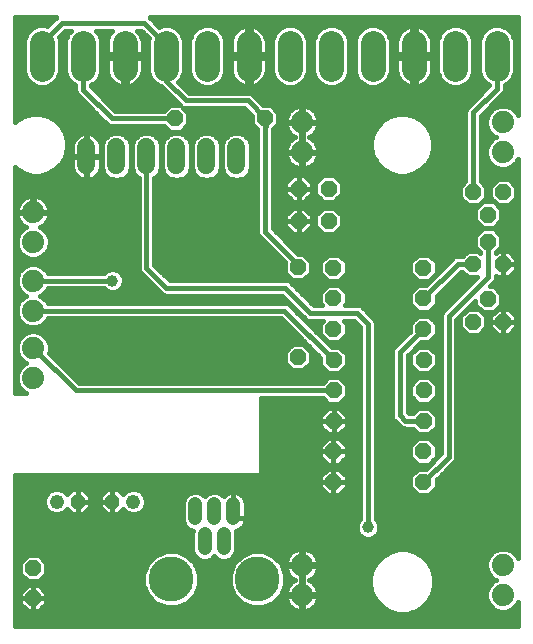
<source format=gbl>
G75*
%MOIN*%
%OFA0B0*%
%FSLAX24Y24*%
%IPPOS*%
%LPD*%
%AMOC8*
5,1,8,0,0,1.08239X$1,22.5*
%
%ADD10C,0.1500*%
%ADD11C,0.0476*%
%ADD12OC8,0.0520*%
%ADD13C,0.0840*%
%ADD14OC8,0.0480*%
%ADD15C,0.0480*%
%ADD16C,0.0600*%
%ADD17C,0.0740*%
%ADD18C,0.0357*%
%ADD19C,0.0160*%
%ADD20C,0.0396*%
D10*
X005863Y002299D03*
X008737Y002299D03*
D11*
X007615Y003339D02*
X007615Y003815D01*
X007930Y004327D02*
X007930Y004802D01*
X007300Y004802D02*
X007300Y004327D01*
X006985Y003815D02*
X006985Y003339D01*
X006670Y004327D02*
X006670Y004802D01*
D12*
X010087Y009700D03*
X011280Y009613D03*
X011280Y008593D03*
X011280Y007573D03*
X011273Y006564D03*
X011273Y005544D03*
X014273Y005544D03*
X014273Y006564D03*
X014280Y007573D03*
X014280Y008593D03*
X014280Y009613D03*
X014273Y010644D03*
X014273Y011664D03*
X014273Y012684D03*
X015933Y012804D03*
X016433Y013554D03*
X016933Y012804D03*
X016433Y011634D03*
X016933Y010884D03*
X015933Y010884D03*
X016433Y014454D03*
X016933Y015204D03*
X015933Y015204D03*
X011273Y012684D03*
X011273Y011664D03*
X011273Y010644D03*
X010087Y012700D03*
X010113Y014244D03*
X010113Y015324D03*
X011113Y015324D03*
X011113Y014244D03*
X008993Y017664D03*
X005993Y017664D03*
X001260Y002673D03*
X001260Y001673D03*
D13*
X001558Y019321D02*
X001558Y020161D01*
X002936Y020161D02*
X002936Y019321D01*
X004314Y019321D02*
X004314Y020161D01*
X005692Y020161D02*
X005692Y019321D01*
X007070Y019321D02*
X007070Y020161D01*
X008448Y020161D02*
X008448Y019321D01*
X009826Y019321D02*
X009826Y020161D01*
X011204Y020161D02*
X011204Y019321D01*
X012582Y019321D02*
X012582Y020161D01*
X013960Y020161D02*
X013960Y019321D01*
X015337Y019321D02*
X015337Y020161D01*
X016715Y020161D02*
X016715Y019321D01*
D14*
X003903Y004884D03*
X002743Y004884D03*
D15*
X002043Y004884D03*
X004603Y004884D03*
D16*
X005040Y016093D02*
X005040Y016693D01*
X004040Y016693D02*
X004040Y016093D01*
X003040Y016093D02*
X003040Y016693D01*
X006040Y016693D02*
X006040Y016093D01*
X007040Y016093D02*
X007040Y016693D01*
X008040Y016693D02*
X008040Y016093D01*
D17*
X010224Y016536D03*
X010224Y017536D03*
X016917Y017536D03*
X016917Y016536D03*
X016917Y002772D03*
X016917Y001772D03*
X010224Y001772D03*
X010224Y002772D03*
X001260Y009013D03*
X001260Y010013D03*
X001260Y011253D03*
X001260Y012253D03*
X001260Y013533D03*
X001260Y014533D03*
D18*
X004800Y011953D03*
X006326Y013252D03*
X006086Y009788D03*
X012452Y015007D03*
X012212Y017542D03*
X016322Y006552D03*
X015141Y002221D03*
D19*
X000660Y000733D02*
X000660Y005765D01*
X008841Y005765D01*
X008841Y008333D01*
X010918Y008333D01*
X011098Y008153D01*
X011462Y008153D01*
X011720Y008411D01*
X011720Y008775D01*
X011462Y009033D01*
X011098Y009033D01*
X010918Y008853D01*
X002788Y008853D01*
X001789Y009852D01*
X001810Y009903D01*
X001810Y010122D01*
X001726Y010324D01*
X001572Y010479D01*
X001369Y010563D01*
X001151Y010563D01*
X000948Y010479D01*
X000794Y010324D01*
X000710Y010122D01*
X000710Y009903D01*
X000794Y009701D01*
X000948Y009546D01*
X001030Y009513D01*
X000948Y009479D01*
X000794Y009324D01*
X000710Y009122D01*
X000710Y008903D01*
X000794Y008701D01*
X000948Y008546D01*
X001011Y008520D01*
X000660Y008520D01*
X000660Y016031D01*
X000728Y015963D01*
X000963Y015827D01*
X001225Y015757D01*
X001497Y015757D01*
X001759Y015827D01*
X001994Y015963D01*
X002186Y016155D01*
X002322Y016390D01*
X002392Y016652D01*
X002392Y016924D01*
X002322Y017186D01*
X002186Y017421D01*
X001994Y017613D01*
X001759Y017749D01*
X001497Y017819D01*
X001225Y017819D01*
X000963Y017749D01*
X000728Y017613D01*
X000660Y017545D01*
X000660Y021033D01*
X002033Y021033D01*
X001992Y020992D01*
X001737Y020736D01*
X001677Y020761D01*
X001439Y020761D01*
X001218Y020670D01*
X001049Y020501D01*
X000958Y020280D01*
X000958Y019202D01*
X001049Y018981D01*
X001218Y018812D01*
X001439Y018721D01*
X001677Y018721D01*
X001898Y018812D01*
X002067Y018981D01*
X002158Y019202D01*
X002158Y020280D01*
X002116Y020380D01*
X002320Y020584D01*
X002511Y020584D01*
X002427Y020501D01*
X002336Y020280D01*
X002336Y019202D01*
X002427Y018981D01*
X002596Y018812D01*
X002673Y018780D01*
X002673Y018676D01*
X002673Y018625D01*
X002672Y018573D01*
X002673Y018573D01*
X002673Y018573D01*
X002692Y018525D01*
X002712Y018478D01*
X002712Y018477D01*
X002748Y018441D01*
X002785Y018404D01*
X003672Y017517D01*
X003745Y017444D01*
X003841Y017404D01*
X005630Y017404D01*
X005810Y017224D01*
X006175Y017224D01*
X006433Y017482D01*
X006433Y017847D01*
X006256Y018023D01*
X006301Y018004D01*
X008302Y018004D01*
X008553Y017745D01*
X008553Y017482D01*
X008733Y017302D01*
X008733Y013833D01*
X008772Y013737D01*
X008845Y013664D01*
X009647Y012863D01*
X009647Y012517D01*
X009904Y012260D01*
X010269Y012260D01*
X010527Y012517D01*
X010527Y012882D01*
X010269Y013140D01*
X010105Y013140D01*
X009253Y013992D01*
X009253Y017302D01*
X009433Y017482D01*
X009433Y017847D01*
X009175Y018104D01*
X008929Y018104D01*
X008634Y018409D01*
X008633Y018412D01*
X008598Y018447D01*
X008564Y018482D01*
X008561Y018483D01*
X008560Y018485D01*
X008514Y018504D01*
X008469Y018523D01*
X008466Y018523D01*
X008464Y018524D01*
X008415Y018524D01*
X008365Y018525D01*
X008363Y018524D01*
X006460Y018524D01*
X006102Y018883D01*
X006200Y018981D01*
X006292Y019202D01*
X006292Y020280D01*
X006200Y020501D01*
X006032Y020670D01*
X005811Y020761D01*
X005572Y020761D01*
X005467Y020717D01*
X005152Y021033D01*
X017417Y021033D01*
X017417Y017768D01*
X017384Y017847D01*
X017229Y018002D01*
X017027Y018086D01*
X016808Y018086D01*
X016606Y018002D01*
X016451Y017847D01*
X016367Y017645D01*
X016367Y017427D01*
X016451Y017224D01*
X016606Y017070D01*
X016687Y017036D01*
X016606Y017002D01*
X016451Y016847D01*
X016367Y016645D01*
X016367Y016427D01*
X016451Y016224D01*
X016606Y016070D01*
X016808Y015986D01*
X017027Y015986D01*
X017229Y016070D01*
X017384Y016224D01*
X017417Y016304D01*
X017417Y003004D01*
X017384Y003084D01*
X017229Y003238D01*
X017027Y003322D01*
X016808Y003322D01*
X016606Y003238D01*
X016451Y003084D01*
X016367Y002882D01*
X016367Y002663D01*
X016451Y002461D01*
X016606Y002306D01*
X016687Y002272D01*
X016606Y002238D01*
X016451Y002084D01*
X016367Y001882D01*
X016367Y001663D01*
X016451Y001461D01*
X016606Y001306D01*
X016808Y001222D01*
X017027Y001222D01*
X017229Y001306D01*
X017384Y001461D01*
X017417Y001540D01*
X017417Y000733D01*
X000660Y000733D01*
X000660Y000887D02*
X017417Y000887D01*
X017417Y001045D02*
X000660Y001045D01*
X000660Y001204D02*
X013227Y001204D01*
X013153Y001224D02*
X013425Y001151D01*
X013707Y001151D01*
X013979Y001224D01*
X014223Y001365D01*
X014422Y001564D01*
X014563Y001808D01*
X014636Y002080D01*
X014636Y002362D01*
X014563Y002634D01*
X014422Y002879D01*
X014223Y003078D01*
X013979Y003219D01*
X013707Y003292D01*
X013425Y003292D01*
X013153Y003219D01*
X012908Y003078D01*
X012709Y002879D01*
X012568Y002634D01*
X012495Y002362D01*
X012495Y002080D01*
X012568Y001808D01*
X012709Y001564D01*
X012908Y001365D01*
X013153Y001224D01*
X012913Y001362D02*
X010592Y001362D01*
X010583Y001353D02*
X010644Y001414D01*
X010695Y001484D01*
X010734Y001561D01*
X010761Y001643D01*
X010774Y001729D01*
X010774Y001752D01*
X010244Y001752D01*
X010244Y001222D01*
X010268Y001222D01*
X010353Y001236D01*
X010436Y001262D01*
X010513Y001302D01*
X010583Y001353D01*
X010714Y001521D02*
X012752Y001521D01*
X012643Y001679D02*
X010767Y001679D01*
X010774Y001792D02*
X010774Y001815D01*
X010761Y001901D01*
X010734Y001983D01*
X010695Y002060D01*
X010644Y002130D01*
X010583Y002192D01*
X010513Y002243D01*
X010455Y002272D01*
X010513Y002302D01*
X010583Y002353D01*
X010644Y002414D01*
X010695Y002484D01*
X010734Y002561D01*
X010761Y002643D01*
X010774Y002729D01*
X010774Y002752D01*
X010244Y002752D01*
X010244Y002222D01*
X010244Y001792D01*
X010204Y001792D01*
X010204Y001752D01*
X009674Y001752D01*
X009674Y001729D01*
X009688Y001643D01*
X009715Y001561D01*
X009754Y001484D01*
X009805Y001414D01*
X009866Y001353D01*
X009936Y001302D01*
X010013Y001262D01*
X010096Y001236D01*
X010181Y001222D01*
X010204Y001222D01*
X010204Y001752D01*
X010244Y001752D01*
X010244Y001792D01*
X010774Y001792D01*
X010771Y001838D02*
X012560Y001838D01*
X012518Y001996D02*
X010727Y001996D01*
X010620Y002155D02*
X012495Y002155D01*
X012495Y002313D02*
X010529Y002313D01*
X010686Y002472D02*
X012525Y002472D01*
X012567Y002630D02*
X010757Y002630D01*
X010774Y002792D02*
X010774Y002815D01*
X010761Y002901D01*
X010734Y002983D01*
X010695Y003060D01*
X010644Y003130D01*
X010583Y003192D01*
X010513Y003243D01*
X010436Y003282D01*
X010353Y003309D01*
X010268Y003322D01*
X010244Y003322D01*
X010244Y002792D01*
X010204Y002792D01*
X010204Y002752D01*
X009674Y002752D01*
X009674Y002729D01*
X009688Y002643D01*
X009715Y002561D01*
X009754Y002484D01*
X009805Y002414D01*
X009866Y002353D01*
X009936Y002302D01*
X009994Y002272D01*
X009936Y002243D01*
X009866Y002192D01*
X009805Y002130D01*
X009754Y002060D01*
X009715Y001983D01*
X009688Y001901D01*
X009674Y001815D01*
X009674Y001792D01*
X010204Y001792D01*
X010204Y002752D01*
X010244Y002752D01*
X010244Y002792D01*
X010774Y002792D01*
X010746Y002947D02*
X012778Y002947D01*
X012657Y002789D02*
X010244Y002789D01*
X010204Y002789D02*
X009541Y002789D01*
X009525Y002826D02*
X009264Y003088D01*
X008922Y003229D01*
X008552Y003229D01*
X008210Y003088D01*
X007948Y002826D01*
X007807Y002484D01*
X007807Y002114D01*
X007948Y001772D01*
X008210Y001511D01*
X008552Y001369D01*
X008922Y001369D01*
X009264Y001511D01*
X009525Y001772D01*
X009667Y002114D01*
X009667Y002484D01*
X009525Y002826D01*
X009674Y002815D02*
X009674Y002792D01*
X010204Y002792D01*
X010204Y003322D01*
X010181Y003322D01*
X010096Y003309D01*
X010013Y003282D01*
X009936Y003243D01*
X009866Y003192D01*
X009805Y003130D01*
X009754Y003060D01*
X009715Y002983D01*
X009688Y002901D01*
X009674Y002815D01*
X009703Y002947D02*
X009404Y002947D01*
X009220Y003106D02*
X009787Y003106D01*
X009979Y003264D02*
X008032Y003264D01*
X008032Y003256D02*
X008032Y003898D01*
X012066Y003898D01*
X012042Y003958D02*
X012099Y003819D01*
X012206Y003712D01*
X012345Y003655D01*
X012495Y003655D01*
X012634Y003712D01*
X012741Y003819D01*
X012798Y003958D01*
X012798Y004108D01*
X012741Y004247D01*
X012680Y004307D01*
X012680Y010864D01*
X012640Y010960D01*
X012567Y011033D01*
X012207Y011393D01*
X012112Y011433D01*
X011663Y011433D01*
X011713Y011482D01*
X011713Y011847D01*
X011455Y012104D01*
X011090Y012104D01*
X010833Y011847D01*
X010833Y011482D01*
X010882Y011433D01*
X010608Y011433D01*
X009807Y012233D01*
X009712Y012273D01*
X005808Y012273D01*
X005300Y012780D01*
X005300Y015681D01*
X005312Y015686D01*
X005447Y015821D01*
X005520Y015997D01*
X005520Y016788D01*
X005447Y016965D01*
X005312Y017100D01*
X005135Y017173D01*
X004945Y017173D01*
X004768Y017100D01*
X004633Y016965D01*
X004560Y016788D01*
X004560Y015997D01*
X004633Y015821D01*
X004768Y015686D01*
X004780Y015681D01*
X004780Y012621D01*
X004820Y012525D01*
X005553Y011792D01*
X005648Y011753D01*
X009552Y011753D01*
X010353Y010952D01*
X010448Y010913D01*
X010919Y010913D01*
X010833Y010827D01*
X010833Y010462D01*
X011090Y010204D01*
X011455Y010204D01*
X011713Y010462D01*
X011713Y010827D01*
X011626Y010913D01*
X011952Y010913D01*
X012160Y010705D01*
X012160Y004307D01*
X012099Y004247D01*
X012042Y004108D01*
X012042Y003958D01*
X012042Y004057D02*
X008250Y004057D01*
X008248Y004055D02*
X008287Y004108D01*
X008317Y004166D01*
X008337Y004229D01*
X008347Y004294D01*
X008347Y004327D01*
X008347Y004835D01*
X008337Y004900D01*
X008317Y004963D01*
X008287Y005021D01*
X008248Y005075D01*
X008202Y005121D01*
X008149Y005160D01*
X008090Y005190D01*
X008027Y005210D01*
X007963Y005220D01*
X007930Y005220D01*
X007930Y004327D01*
X008347Y004327D01*
X007930Y004327D01*
X007930Y004327D01*
X007930Y004327D01*
X007930Y005220D01*
X007897Y005220D01*
X007832Y005210D01*
X007769Y005190D01*
X007711Y005160D01*
X007657Y005121D01*
X007615Y005078D01*
X007536Y005157D01*
X007383Y005220D01*
X007217Y005220D01*
X007063Y005157D01*
X006985Y005078D01*
X006906Y005157D01*
X006753Y005220D01*
X006587Y005220D01*
X006433Y005157D01*
X006316Y005039D01*
X006252Y004885D01*
X006252Y004244D01*
X006316Y004090D01*
X006433Y003973D01*
X006574Y003914D01*
X006567Y003898D01*
X006567Y003256D01*
X006631Y003103D01*
X006748Y002985D01*
X006902Y002922D01*
X007068Y002922D01*
X007221Y002985D01*
X007300Y003063D01*
X007378Y002985D01*
X007532Y002922D01*
X007698Y002922D01*
X007851Y002985D01*
X007969Y003103D01*
X008032Y003256D01*
X007970Y003106D02*
X008254Y003106D01*
X008070Y002947D02*
X007760Y002947D01*
X007933Y002789D02*
X006667Y002789D01*
X006651Y002826D02*
X006390Y003088D01*
X006048Y003229D01*
X005678Y003229D01*
X005336Y003088D01*
X005074Y002826D01*
X004933Y002484D01*
X004933Y002114D01*
X005074Y001772D01*
X005336Y001511D01*
X005678Y001369D01*
X006048Y001369D01*
X006390Y001511D01*
X006651Y001772D01*
X006793Y002114D01*
X006793Y002484D01*
X006651Y002826D01*
X006530Y002947D02*
X006840Y002947D01*
X006629Y003106D02*
X006346Y003106D01*
X006567Y003264D02*
X000660Y003264D01*
X000660Y003106D02*
X001071Y003106D01*
X001078Y003113D02*
X000820Y002855D01*
X000820Y002491D01*
X001078Y002233D01*
X001442Y002233D01*
X001700Y002491D01*
X001700Y002855D01*
X001442Y003113D01*
X001078Y003113D01*
X000912Y002947D02*
X000660Y002947D01*
X000660Y002789D02*
X000820Y002789D01*
X000820Y002630D02*
X000660Y002630D01*
X000660Y002472D02*
X000839Y002472D01*
X000997Y002313D02*
X000660Y002313D01*
X000660Y002155D02*
X004933Y002155D01*
X004933Y002313D02*
X001523Y002313D01*
X001442Y002113D02*
X001260Y002113D01*
X001260Y001673D01*
X001260Y002113D01*
X001078Y002113D01*
X000820Y001855D01*
X000820Y001673D01*
X001260Y001673D01*
X001260Y001673D01*
X001260Y001673D01*
X001700Y001673D01*
X001700Y001855D01*
X001442Y002113D01*
X001559Y001996D02*
X004982Y001996D01*
X005047Y001838D02*
X001700Y001838D01*
X001700Y001679D02*
X005167Y001679D01*
X005326Y001521D02*
X001700Y001521D01*
X001700Y001491D02*
X001700Y001673D01*
X001260Y001673D01*
X001260Y001673D01*
X000820Y001673D01*
X000820Y001491D01*
X001078Y001233D01*
X001260Y001233D01*
X001442Y001233D01*
X001700Y001491D01*
X001572Y001362D02*
X009856Y001362D01*
X009735Y001521D02*
X009273Y001521D01*
X009432Y001679D02*
X009682Y001679D01*
X009678Y001838D02*
X009552Y001838D01*
X009618Y001996D02*
X009721Y001996D01*
X009667Y002155D02*
X009829Y002155D01*
X009920Y002313D02*
X009667Y002313D01*
X009667Y002472D02*
X009763Y002472D01*
X009692Y002630D02*
X009606Y002630D01*
X010204Y002630D02*
X010244Y002630D01*
X010244Y002472D02*
X010204Y002472D01*
X010204Y002313D02*
X010244Y002313D01*
X010244Y002155D02*
X010204Y002155D01*
X010204Y001996D02*
X010244Y001996D01*
X010244Y001838D02*
X010204Y001838D01*
X010204Y001679D02*
X010244Y001679D01*
X010244Y001521D02*
X010204Y001521D01*
X010204Y001362D02*
X010244Y001362D01*
X010204Y002947D02*
X010244Y002947D01*
X010244Y003106D02*
X010204Y003106D01*
X010204Y003264D02*
X010244Y003264D01*
X010470Y003264D02*
X013322Y003264D01*
X012957Y003106D02*
X010662Y003106D01*
X012086Y004215D02*
X008333Y004215D01*
X008347Y004374D02*
X012160Y004374D01*
X012160Y004532D02*
X008347Y004532D01*
X008347Y004691D02*
X012160Y004691D01*
X012160Y004849D02*
X008345Y004849D01*
X008294Y005008D02*
X012160Y005008D01*
X012160Y005166D02*
X011517Y005166D01*
X011455Y005104D02*
X011713Y005362D01*
X011713Y005544D01*
X011273Y005544D01*
X011273Y005544D01*
X011273Y005104D01*
X011455Y005104D01*
X011273Y005104D02*
X011273Y005544D01*
X011273Y005544D01*
X011713Y005544D01*
X011713Y005727D01*
X011455Y005984D01*
X011273Y005984D01*
X011273Y005544D01*
X011273Y005544D01*
X010833Y005544D01*
X010833Y005362D01*
X011090Y005104D01*
X011273Y005104D01*
X011273Y005166D02*
X011273Y005166D01*
X011273Y005325D02*
X011273Y005325D01*
X011273Y005483D02*
X011273Y005483D01*
X011273Y005544D02*
X011273Y005544D01*
X011273Y005984D01*
X011090Y005984D01*
X010833Y005727D01*
X010833Y005544D01*
X011273Y005544D01*
X011273Y005642D02*
X011273Y005642D01*
X011273Y005800D02*
X011273Y005800D01*
X011273Y005959D02*
X011273Y005959D01*
X011273Y006124D02*
X011455Y006124D01*
X011713Y006382D01*
X011713Y006564D01*
X011273Y006564D01*
X011273Y006564D01*
X011273Y006124D01*
X011273Y006564D01*
X011273Y006564D01*
X011713Y006564D01*
X011713Y006747D01*
X011455Y007004D01*
X011273Y007004D01*
X011273Y006564D01*
X011273Y006564D01*
X010833Y006564D01*
X010833Y006382D01*
X011090Y006124D01*
X011273Y006124D01*
X011273Y006276D02*
X011273Y006276D01*
X011273Y006434D02*
X011273Y006434D01*
X011273Y006564D02*
X011273Y006564D01*
X011273Y007004D01*
X011090Y007004D01*
X010833Y006747D01*
X010833Y006564D01*
X011273Y006564D01*
X011273Y006593D02*
X011273Y006593D01*
X011273Y006751D02*
X011273Y006751D01*
X011273Y006910D02*
X011273Y006910D01*
X011280Y007133D02*
X011462Y007133D01*
X011720Y007391D01*
X011720Y007573D01*
X011720Y007755D01*
X011462Y008013D01*
X011280Y008013D01*
X011098Y008013D01*
X010840Y007755D01*
X010840Y007573D01*
X011280Y007573D01*
X011280Y008013D01*
X011280Y007573D01*
X011280Y007573D01*
X011720Y007573D01*
X011280Y007573D01*
X011280Y007573D01*
X011280Y007573D01*
X010840Y007573D01*
X010840Y007391D01*
X011098Y007133D01*
X011280Y007133D01*
X011280Y007573D01*
X011280Y007133D01*
X011280Y007227D02*
X011280Y007227D01*
X011280Y007385D02*
X011280Y007385D01*
X011280Y007544D02*
X011280Y007544D01*
X011280Y007573D02*
X011280Y007573D01*
X011280Y007702D02*
X011280Y007702D01*
X011280Y007861D02*
X011280Y007861D01*
X011073Y008178D02*
X008841Y008178D01*
X008841Y008019D02*
X012160Y008019D01*
X012160Y007861D02*
X011614Y007861D01*
X011720Y007702D02*
X012160Y007702D01*
X012160Y007544D02*
X011720Y007544D01*
X011715Y007385D02*
X012160Y007385D01*
X012160Y007227D02*
X011556Y007227D01*
X011549Y006910D02*
X012160Y006910D01*
X012160Y007068D02*
X008841Y007068D01*
X008841Y006910D02*
X010996Y006910D01*
X010837Y006751D02*
X008841Y006751D01*
X008841Y006593D02*
X010833Y006593D01*
X010833Y006434D02*
X008841Y006434D01*
X008841Y006276D02*
X010939Y006276D01*
X011065Y005959D02*
X008841Y005959D01*
X008841Y006117D02*
X012160Y006117D01*
X012160Y005959D02*
X011480Y005959D01*
X011639Y005800D02*
X012160Y005800D01*
X012160Y005642D02*
X011713Y005642D01*
X011713Y005483D02*
X012160Y005483D01*
X012160Y005325D02*
X011675Y005325D01*
X011028Y005166D02*
X008136Y005166D01*
X007930Y005166D02*
X007930Y005166D01*
X007930Y005008D02*
X007930Y005008D01*
X007930Y004849D02*
X007930Y004849D01*
X007930Y004691D02*
X007930Y004691D01*
X007930Y004532D02*
X007930Y004532D01*
X007930Y004374D02*
X007930Y004374D01*
X008248Y004055D02*
X008202Y004008D01*
X008149Y003969D01*
X008090Y003940D01*
X008027Y003919D01*
X008024Y003919D01*
X008032Y003898D01*
X008032Y003740D02*
X012178Y003740D01*
X012420Y004033D02*
X012420Y010813D01*
X012060Y011173D01*
X010500Y011173D01*
X009660Y012013D01*
X005700Y012013D01*
X005040Y012673D01*
X005040Y016393D01*
X004560Y016420D02*
X004520Y016420D01*
X004520Y016578D02*
X004560Y016578D01*
X004560Y016737D02*
X004520Y016737D01*
X004520Y016788D02*
X004447Y016965D01*
X004312Y017100D01*
X004135Y017173D01*
X003945Y017173D01*
X003768Y017100D01*
X003633Y016965D01*
X003560Y016788D01*
X003560Y015997D01*
X003633Y015821D01*
X003768Y015686D01*
X003945Y015613D01*
X004135Y015613D01*
X004312Y015686D01*
X004447Y015821D01*
X004520Y015997D01*
X004520Y016788D01*
X004476Y016895D02*
X004604Y016895D01*
X004722Y017054D02*
X004358Y017054D01*
X003893Y017664D02*
X005993Y017664D01*
X006321Y017371D02*
X008664Y017371D01*
X008733Y017212D02*
X002307Y017212D01*
X002357Y017054D02*
X002722Y017054D01*
X002727Y017059D02*
X002674Y017005D01*
X002629Y016944D01*
X002595Y016877D01*
X002572Y016805D01*
X002560Y016731D01*
X002560Y016413D01*
X003020Y016413D01*
X003020Y017173D01*
X003002Y017173D01*
X002928Y017161D01*
X002856Y017138D01*
X002788Y017103D01*
X002727Y017059D01*
X002604Y016895D02*
X002392Y016895D01*
X002392Y016737D02*
X002561Y016737D01*
X002560Y016578D02*
X002372Y016578D01*
X002330Y016420D02*
X002560Y016420D01*
X002560Y016373D02*
X002560Y016055D01*
X002572Y015980D01*
X002595Y015908D01*
X002629Y015841D01*
X002674Y015780D01*
X002727Y015727D01*
X002788Y015682D01*
X002856Y015648D01*
X002928Y015625D01*
X003002Y015613D01*
X003020Y015613D01*
X003020Y016373D01*
X002560Y016373D01*
X002560Y016261D02*
X002248Y016261D01*
X002134Y016103D02*
X002560Y016103D01*
X002584Y015944D02*
X001962Y015944D01*
X001604Y015786D02*
X002670Y015786D01*
X002919Y015627D02*
X000660Y015627D01*
X000660Y015469D02*
X004780Y015469D01*
X004780Y015627D02*
X004171Y015627D01*
X004412Y015786D02*
X004668Y015786D01*
X004582Y015944D02*
X004498Y015944D01*
X004520Y016103D02*
X004560Y016103D01*
X004560Y016261D02*
X004520Y016261D01*
X003909Y015627D02*
X003161Y015627D01*
X003152Y015625D02*
X003224Y015648D01*
X003292Y015682D01*
X003353Y015727D01*
X003406Y015780D01*
X003451Y015841D01*
X003485Y015908D01*
X003508Y015980D01*
X003520Y016055D01*
X003520Y016373D01*
X003060Y016373D01*
X003060Y016413D01*
X003020Y016413D01*
X003020Y016373D01*
X003060Y016373D01*
X003060Y015613D01*
X003078Y015613D01*
X003152Y015625D01*
X003060Y015627D02*
X003020Y015627D01*
X003020Y015786D02*
X003060Y015786D01*
X003060Y015944D02*
X003020Y015944D01*
X003020Y016103D02*
X003060Y016103D01*
X003060Y016261D02*
X003020Y016261D01*
X003060Y016413D02*
X003520Y016413D01*
X003520Y016731D01*
X003508Y016805D01*
X003485Y016877D01*
X003451Y016944D01*
X003406Y017005D01*
X003353Y017059D01*
X003292Y017103D01*
X003224Y017138D01*
X003152Y017161D01*
X003078Y017173D01*
X003060Y017173D01*
X003060Y016413D01*
X003060Y016420D02*
X003020Y016420D01*
X003020Y016578D02*
X003060Y016578D01*
X003060Y016737D02*
X003020Y016737D01*
X003020Y016895D02*
X003060Y016895D01*
X003060Y017054D02*
X003020Y017054D01*
X003358Y017054D02*
X003722Y017054D01*
X003604Y016895D02*
X003476Y016895D01*
X003519Y016737D02*
X003560Y016737D01*
X003560Y016578D02*
X003520Y016578D01*
X003520Y016420D02*
X003560Y016420D01*
X003560Y016261D02*
X003520Y016261D01*
X003520Y016103D02*
X003560Y016103D01*
X003582Y015944D02*
X003496Y015944D01*
X003410Y015786D02*
X003668Y015786D01*
X004780Y015310D02*
X000660Y015310D01*
X000660Y015152D02*
X004780Y015152D01*
X004780Y014993D02*
X001562Y014993D01*
X001548Y015003D02*
X001471Y015042D01*
X001389Y015069D01*
X001303Y015083D01*
X001280Y015083D01*
X001280Y014553D01*
X001240Y014553D01*
X001240Y015083D01*
X001217Y015083D01*
X001131Y015069D01*
X001049Y015042D01*
X000972Y015003D01*
X000902Y014952D01*
X000840Y014891D01*
X000790Y014821D01*
X000750Y014744D01*
X000724Y014662D01*
X000710Y014576D01*
X000710Y014553D01*
X001240Y014553D01*
X001240Y014513D01*
X000710Y014513D01*
X000710Y014489D01*
X000724Y014404D01*
X000750Y014322D01*
X000790Y014244D01*
X000840Y014174D01*
X000902Y014113D01*
X000972Y014062D01*
X001030Y014033D01*
X000948Y013999D01*
X000794Y013844D01*
X000710Y013642D01*
X000710Y013423D01*
X000794Y013221D01*
X000948Y013066D01*
X001151Y012983D01*
X001369Y012983D01*
X001572Y013066D01*
X001726Y013221D01*
X001810Y013423D01*
X001810Y013642D01*
X001726Y013844D01*
X001572Y013999D01*
X001490Y014033D01*
X001548Y014062D01*
X001618Y014113D01*
X001680Y014174D01*
X001730Y014244D01*
X001770Y014322D01*
X001796Y014404D01*
X001810Y014489D01*
X001810Y014513D01*
X001280Y014513D01*
X001280Y014553D01*
X001810Y014553D01*
X001810Y014576D01*
X001796Y014662D01*
X001770Y014744D01*
X001730Y014821D01*
X001680Y014891D01*
X001618Y014952D01*
X001548Y015003D01*
X001720Y014835D02*
X004780Y014835D01*
X004780Y014676D02*
X001792Y014676D01*
X001782Y014359D02*
X004780Y014359D01*
X004780Y014201D02*
X001699Y014201D01*
X001509Y014042D02*
X004780Y014042D01*
X004780Y013884D02*
X001687Y013884D01*
X001776Y013725D02*
X004780Y013725D01*
X004780Y013567D02*
X001810Y013567D01*
X001804Y013408D02*
X004780Y013408D01*
X004780Y013250D02*
X001738Y013250D01*
X001596Y013091D02*
X004780Y013091D01*
X004780Y012933D02*
X000660Y012933D01*
X000660Y013091D02*
X000924Y013091D01*
X000782Y013250D02*
X000660Y013250D01*
X000660Y013408D02*
X000716Y013408D01*
X000710Y013567D02*
X000660Y013567D01*
X000660Y013725D02*
X000744Y013725D01*
X000660Y013884D02*
X000833Y013884D01*
X000660Y014042D02*
X001011Y014042D01*
X000821Y014201D02*
X000660Y014201D01*
X000660Y014359D02*
X000738Y014359D01*
X000660Y014518D02*
X001240Y014518D01*
X001280Y014518D02*
X004780Y014518D01*
X005300Y014518D02*
X008733Y014518D01*
X008733Y014676D02*
X005300Y014676D01*
X005300Y014835D02*
X008733Y014835D01*
X008733Y014993D02*
X005300Y014993D01*
X005300Y015152D02*
X008733Y015152D01*
X008733Y015310D02*
X005300Y015310D01*
X005300Y015469D02*
X008733Y015469D01*
X008733Y015627D02*
X008171Y015627D01*
X008135Y015613D02*
X008312Y015686D01*
X008447Y015821D01*
X008520Y015997D01*
X008520Y016788D01*
X008447Y016965D01*
X008312Y017100D01*
X008135Y017173D01*
X007945Y017173D01*
X007768Y017100D01*
X007633Y016965D01*
X007560Y016788D01*
X007560Y015997D01*
X007633Y015821D01*
X007768Y015686D01*
X007945Y015613D01*
X008135Y015613D01*
X008412Y015786D02*
X008733Y015786D01*
X008733Y015944D02*
X008498Y015944D01*
X008520Y016103D02*
X008733Y016103D01*
X008733Y016261D02*
X008520Y016261D01*
X008520Y016420D02*
X008733Y016420D01*
X008733Y016578D02*
X008520Y016578D01*
X008520Y016737D02*
X008733Y016737D01*
X008733Y016895D02*
X008476Y016895D01*
X008358Y017054D02*
X008733Y017054D01*
X008993Y017404D02*
X009013Y017424D01*
X008993Y017664D01*
X008413Y018264D01*
X006353Y018264D01*
X005695Y018922D01*
X005692Y019741D01*
X005693Y019586D01*
X005693Y020124D01*
X004973Y020844D01*
X002213Y020844D01*
X001555Y020186D01*
X001558Y019741D01*
X002158Y019748D02*
X002336Y019748D01*
X002336Y019590D02*
X002158Y019590D01*
X002158Y019431D02*
X002336Y019431D01*
X002336Y019273D02*
X002158Y019273D01*
X002122Y019114D02*
X002372Y019114D01*
X002453Y018956D02*
X002041Y018956D01*
X001862Y018797D02*
X002632Y018797D01*
X002673Y018676D02*
X002673Y018676D01*
X002673Y018639D02*
X000660Y018639D01*
X000660Y018797D02*
X001254Y018797D01*
X001075Y018956D02*
X000660Y018956D01*
X000660Y019114D02*
X000994Y019114D01*
X000958Y019273D02*
X000660Y019273D01*
X000660Y019431D02*
X000958Y019431D01*
X000958Y019590D02*
X000660Y019590D01*
X000660Y019748D02*
X000958Y019748D01*
X000958Y019907D02*
X000660Y019907D01*
X000660Y020065D02*
X000958Y020065D01*
X000958Y020224D02*
X000660Y020224D01*
X000660Y020382D02*
X001000Y020382D01*
X001089Y020541D02*
X000660Y020541D01*
X000660Y020699D02*
X001290Y020699D01*
X001858Y020858D02*
X000660Y020858D01*
X000660Y021016D02*
X002017Y021016D01*
X002277Y020541D02*
X002467Y020541D01*
X002378Y020382D02*
X002118Y020382D01*
X002158Y020224D02*
X002336Y020224D01*
X002336Y020065D02*
X002158Y020065D01*
X002158Y019907D02*
X002336Y019907D01*
X002936Y019741D02*
X002933Y018624D01*
X003893Y017664D01*
X003660Y017529D02*
X002078Y017529D01*
X002215Y017371D02*
X005664Y017371D01*
X005768Y017100D02*
X005945Y017173D01*
X006135Y017173D01*
X006312Y017100D01*
X006447Y016965D01*
X006520Y016788D01*
X006520Y015997D01*
X006447Y015821D01*
X006312Y015686D01*
X006135Y015613D01*
X005945Y015613D01*
X005768Y015686D01*
X005633Y015821D01*
X005560Y015997D01*
X005560Y016788D01*
X005633Y016965D01*
X005768Y017100D01*
X005722Y017054D02*
X005358Y017054D01*
X005476Y016895D02*
X005604Y016895D01*
X005560Y016737D02*
X005520Y016737D01*
X005520Y016578D02*
X005560Y016578D01*
X005560Y016420D02*
X005520Y016420D01*
X005520Y016261D02*
X005560Y016261D01*
X005560Y016103D02*
X005520Y016103D01*
X005498Y015944D02*
X005582Y015944D01*
X005668Y015786D02*
X005412Y015786D01*
X005300Y015627D02*
X005909Y015627D01*
X006171Y015627D02*
X006909Y015627D01*
X006945Y015613D02*
X007135Y015613D01*
X007312Y015686D01*
X007447Y015821D01*
X007520Y015997D01*
X007520Y016788D01*
X007447Y016965D01*
X007312Y017100D01*
X007135Y017173D01*
X006945Y017173D01*
X006768Y017100D01*
X006633Y016965D01*
X006560Y016788D01*
X006560Y015997D01*
X006633Y015821D01*
X006768Y015686D01*
X006945Y015613D01*
X007171Y015627D02*
X007909Y015627D01*
X007668Y015786D02*
X007412Y015786D01*
X007498Y015944D02*
X007582Y015944D01*
X007560Y016103D02*
X007520Y016103D01*
X007520Y016261D02*
X007560Y016261D01*
X007560Y016420D02*
X007520Y016420D01*
X007520Y016578D02*
X007560Y016578D01*
X007560Y016737D02*
X007520Y016737D01*
X007476Y016895D02*
X007604Y016895D01*
X007722Y017054D02*
X007358Y017054D01*
X006722Y017054D02*
X006358Y017054D01*
X006476Y016895D02*
X006604Y016895D01*
X006560Y016737D02*
X006520Y016737D01*
X006520Y016578D02*
X006560Y016578D01*
X006560Y016420D02*
X006520Y016420D01*
X006520Y016261D02*
X006560Y016261D01*
X006560Y016103D02*
X006520Y016103D01*
X006498Y015944D02*
X006582Y015944D01*
X006668Y015786D02*
X006412Y015786D01*
X005300Y014359D02*
X008733Y014359D01*
X008733Y014201D02*
X005300Y014201D01*
X005300Y014042D02*
X008733Y014042D01*
X008733Y013884D02*
X005300Y013884D01*
X005300Y013725D02*
X008784Y013725D01*
X008942Y013567D02*
X005300Y013567D01*
X005300Y013408D02*
X009101Y013408D01*
X009259Y013250D02*
X005300Y013250D01*
X005300Y013091D02*
X009418Y013091D01*
X009576Y012933D02*
X005300Y012933D01*
X005306Y012774D02*
X009647Y012774D01*
X009647Y012616D02*
X005465Y012616D01*
X005623Y012457D02*
X009707Y012457D01*
X009865Y012299D02*
X005782Y012299D01*
X005363Y011982D02*
X004164Y011982D01*
X004114Y011932D02*
X004221Y012039D01*
X004278Y012178D01*
X004278Y012328D01*
X004221Y012467D01*
X004114Y012573D01*
X003975Y012631D01*
X003825Y012631D01*
X003686Y012573D01*
X003625Y012513D01*
X001748Y012513D01*
X001726Y012564D01*
X001572Y012719D01*
X001369Y012803D01*
X001151Y012803D01*
X000948Y012719D01*
X000794Y012564D01*
X000710Y012362D01*
X000710Y012143D01*
X000794Y011941D01*
X000948Y011786D01*
X001030Y011753D01*
X000948Y011719D01*
X000794Y011564D01*
X000710Y011362D01*
X000710Y011143D01*
X000794Y010941D01*
X000948Y010786D01*
X001151Y010703D01*
X001369Y010703D01*
X001572Y010786D01*
X001726Y010941D01*
X001748Y010993D01*
X009532Y010993D01*
X010840Y009685D01*
X010840Y009431D01*
X011098Y009173D01*
X011462Y009173D01*
X011720Y009431D01*
X011720Y009795D01*
X011462Y010053D01*
X011208Y010053D01*
X009860Y011400D01*
X009787Y011473D01*
X009692Y011513D01*
X001748Y011513D01*
X001726Y011564D01*
X001572Y011719D01*
X001490Y011753D01*
X001572Y011786D01*
X001726Y011941D01*
X001748Y011993D01*
X003625Y011993D01*
X003686Y011932D01*
X003825Y011875D01*
X003975Y011875D01*
X004114Y011932D01*
X004263Y012140D02*
X005205Y012140D01*
X005046Y012299D02*
X004278Y012299D01*
X004225Y012457D02*
X004888Y012457D01*
X004782Y012616D02*
X004012Y012616D01*
X003788Y012616D02*
X001675Y012616D01*
X001438Y012774D02*
X004780Y012774D01*
X005522Y011823D02*
X001608Y011823D01*
X001626Y011665D02*
X009640Y011665D01*
X009707Y011506D02*
X009799Y011506D01*
X009913Y011348D02*
X009957Y011348D01*
X010071Y011189D02*
X010116Y011189D01*
X010230Y011031D02*
X010274Y011031D01*
X010388Y010872D02*
X010878Y010872D01*
X010833Y010714D02*
X010547Y010714D01*
X010705Y010555D02*
X010833Y010555D01*
X010864Y010397D02*
X010898Y010397D01*
X011022Y010238D02*
X011056Y010238D01*
X011181Y010080D02*
X012160Y010080D01*
X012160Y010238D02*
X011489Y010238D01*
X011647Y010397D02*
X012160Y010397D01*
X012160Y010555D02*
X011713Y010555D01*
X011713Y010714D02*
X012151Y010714D01*
X011993Y010872D02*
X011667Y010872D01*
X011713Y011506D02*
X013833Y011506D01*
X013833Y011482D02*
X014090Y011224D01*
X014455Y011224D01*
X014713Y011482D01*
X014713Y011737D01*
X015520Y012544D01*
X015570Y012544D01*
X015750Y012364D01*
X016045Y012364D01*
X014965Y011285D01*
X014892Y011212D01*
X014853Y011116D01*
X014853Y006492D01*
X014345Y005984D01*
X014090Y005984D01*
X013833Y005727D01*
X013833Y005362D01*
X014090Y005104D01*
X014455Y005104D01*
X014713Y005362D01*
X014713Y005617D01*
X015333Y006237D01*
X015373Y006333D01*
X015373Y010957D01*
X015993Y011577D01*
X015993Y011452D01*
X016250Y011194D01*
X016615Y011194D01*
X016873Y011452D01*
X016873Y011817D01*
X016615Y012074D01*
X016490Y012074D01*
X016653Y012237D01*
X016693Y012333D01*
X016693Y012422D01*
X016750Y012364D01*
X016933Y012364D01*
X017115Y012364D01*
X017373Y012622D01*
X017373Y012804D01*
X016933Y012804D01*
X016933Y012804D01*
X016933Y012364D01*
X016933Y012804D01*
X016933Y012804D01*
X017373Y012804D01*
X017373Y012987D01*
X017115Y013244D01*
X016933Y013244D01*
X016933Y012804D01*
X016933Y012804D01*
X016933Y013244D01*
X016750Y013244D01*
X016693Y013187D01*
X016693Y013192D01*
X016873Y013372D01*
X016873Y013737D01*
X016615Y013994D01*
X016250Y013994D01*
X015993Y013737D01*
X015993Y013372D01*
X016173Y013192D01*
X016173Y013187D01*
X016115Y013244D01*
X015750Y013244D01*
X015570Y013064D01*
X015361Y013064D01*
X015265Y013025D01*
X015192Y012952D01*
X014345Y012104D01*
X014090Y012104D01*
X013833Y011847D01*
X013833Y011482D01*
X013833Y011665D02*
X011713Y011665D01*
X011713Y011823D02*
X013833Y011823D01*
X013968Y011982D02*
X011577Y011982D01*
X011455Y012244D02*
X011713Y012502D01*
X011713Y012867D01*
X011455Y013124D01*
X011090Y013124D01*
X010833Y012867D01*
X010833Y012502D01*
X011090Y012244D01*
X011455Y012244D01*
X011509Y012299D02*
X014036Y012299D01*
X014090Y012244D02*
X014455Y012244D01*
X014713Y012502D01*
X014713Y012867D01*
X014455Y013124D01*
X014090Y013124D01*
X013833Y012867D01*
X013833Y012502D01*
X014090Y012244D01*
X013877Y012457D02*
X011668Y012457D01*
X011713Y012616D02*
X013833Y012616D01*
X013833Y012774D02*
X011713Y012774D01*
X011646Y012933D02*
X013899Y012933D01*
X014057Y013091D02*
X011488Y013091D01*
X011057Y013091D02*
X010317Y013091D01*
X010476Y012933D02*
X010899Y012933D01*
X010833Y012774D02*
X010527Y012774D01*
X010527Y012616D02*
X010833Y012616D01*
X010877Y012457D02*
X010467Y012457D01*
X010308Y012299D02*
X011036Y012299D01*
X010968Y011982D02*
X010059Y011982D01*
X010217Y011823D02*
X010833Y011823D01*
X010833Y011665D02*
X010376Y011665D01*
X010534Y011506D02*
X010833Y011506D01*
X009900Y012140D02*
X014381Y012140D01*
X014509Y012299D02*
X014539Y012299D01*
X014668Y012457D02*
X014698Y012457D01*
X014713Y012616D02*
X014856Y012616D01*
X014713Y012774D02*
X015015Y012774D01*
X015173Y012933D02*
X014646Y012933D01*
X014488Y013091D02*
X015597Y013091D01*
X015413Y012804D02*
X015933Y012804D01*
X015657Y012457D02*
X015433Y012457D01*
X015275Y012299D02*
X015979Y012299D01*
X015821Y012140D02*
X015116Y012140D01*
X014958Y011982D02*
X015662Y011982D01*
X015504Y011823D02*
X014799Y011823D01*
X014713Y011665D02*
X015345Y011665D01*
X015187Y011506D02*
X014713Y011506D01*
X014578Y011348D02*
X015028Y011348D01*
X014883Y011189D02*
X012411Y011189D01*
X012570Y011031D02*
X014037Y011031D01*
X014090Y011084D02*
X013833Y010827D01*
X013833Y010572D01*
X013272Y010012D01*
X013233Y009916D01*
X013233Y007713D01*
X013272Y007617D01*
X013345Y007544D01*
X013487Y007402D01*
X013521Y007367D01*
X013524Y007366D01*
X013525Y007364D01*
X013571Y007345D01*
X013616Y007325D01*
X013619Y007325D01*
X013621Y007324D01*
X013670Y007324D01*
X013911Y007320D01*
X014098Y007133D01*
X014462Y007133D01*
X014720Y007391D01*
X014720Y007755D01*
X014462Y008013D01*
X014098Y008013D01*
X013925Y007840D01*
X013782Y007842D01*
X013753Y007872D01*
X013753Y009757D01*
X014200Y010204D01*
X014455Y010204D01*
X014713Y010462D01*
X014713Y010827D01*
X014455Y011084D01*
X014090Y011084D01*
X013967Y011348D02*
X012253Y011348D01*
X012677Y010872D02*
X013878Y010872D01*
X013833Y010714D02*
X012680Y010714D01*
X012680Y010555D02*
X013816Y010555D01*
X013657Y010397D02*
X012680Y010397D01*
X012680Y010238D02*
X013499Y010238D01*
X013340Y010080D02*
X012680Y010080D01*
X012680Y009921D02*
X013235Y009921D01*
X013233Y009763D02*
X012680Y009763D01*
X012680Y009604D02*
X013233Y009604D01*
X013233Y009446D02*
X012680Y009446D01*
X012680Y009287D02*
X013233Y009287D01*
X013233Y009129D02*
X012680Y009129D01*
X012680Y008970D02*
X013233Y008970D01*
X013233Y008812D02*
X012680Y008812D01*
X012680Y008653D02*
X013233Y008653D01*
X013233Y008495D02*
X012680Y008495D01*
X012680Y008336D02*
X013233Y008336D01*
X013233Y008178D02*
X012680Y008178D01*
X012680Y008019D02*
X013233Y008019D01*
X013233Y007861D02*
X012680Y007861D01*
X012680Y007702D02*
X013237Y007702D01*
X013345Y007544D02*
X012680Y007544D01*
X012680Y007385D02*
X013503Y007385D01*
X013673Y007584D02*
X013493Y007764D01*
X013493Y009864D01*
X014273Y010644D01*
X014508Y011031D02*
X014853Y011031D01*
X014853Y010872D02*
X014667Y010872D01*
X014713Y010714D02*
X014853Y010714D01*
X014853Y010555D02*
X014713Y010555D01*
X014647Y010397D02*
X014853Y010397D01*
X014853Y010238D02*
X014489Y010238D01*
X014462Y010053D02*
X014098Y010053D01*
X013840Y009795D01*
X013840Y009431D01*
X014098Y009173D01*
X014462Y009173D01*
X014720Y009431D01*
X014720Y009795D01*
X014462Y010053D01*
X014594Y009921D02*
X014853Y009921D01*
X014853Y009763D02*
X014720Y009763D01*
X014720Y009604D02*
X014853Y009604D01*
X014853Y009446D02*
X014720Y009446D01*
X014853Y009287D02*
X014577Y009287D01*
X014462Y009033D02*
X014098Y009033D01*
X013840Y008775D01*
X013840Y008411D01*
X014098Y008153D01*
X014462Y008153D01*
X014720Y008411D01*
X014720Y008775D01*
X014462Y009033D01*
X014525Y008970D02*
X014853Y008970D01*
X014853Y008812D02*
X014683Y008812D01*
X014720Y008653D02*
X014853Y008653D01*
X014853Y008495D02*
X014720Y008495D01*
X014646Y008336D02*
X014853Y008336D01*
X014853Y008178D02*
X014487Y008178D01*
X014614Y007861D02*
X014853Y007861D01*
X014853Y008019D02*
X013753Y008019D01*
X013764Y007861D02*
X013946Y007861D01*
X014073Y008178D02*
X013753Y008178D01*
X013753Y008336D02*
X013914Y008336D01*
X013840Y008495D02*
X013753Y008495D01*
X013753Y008653D02*
X013840Y008653D01*
X013877Y008812D02*
X013753Y008812D01*
X013753Y008970D02*
X014035Y008970D01*
X013983Y009287D02*
X013753Y009287D01*
X013753Y009129D02*
X014853Y009129D01*
X015373Y009129D02*
X017417Y009129D01*
X017417Y009287D02*
X015373Y009287D01*
X015373Y009446D02*
X017417Y009446D01*
X017417Y009604D02*
X015373Y009604D01*
X015373Y009763D02*
X017417Y009763D01*
X017417Y009921D02*
X015373Y009921D01*
X015373Y010080D02*
X017417Y010080D01*
X017417Y010238D02*
X015373Y010238D01*
X015373Y010397D02*
X017417Y010397D01*
X017417Y010555D02*
X017226Y010555D01*
X017115Y010444D02*
X017373Y010702D01*
X017373Y010884D01*
X016933Y010884D01*
X016933Y010884D01*
X016933Y010444D01*
X017115Y010444D01*
X016933Y010444D02*
X016933Y010884D01*
X016933Y010884D01*
X017373Y010884D01*
X017373Y011067D01*
X017115Y011324D01*
X016933Y011324D01*
X016933Y010884D01*
X016933Y010884D01*
X016493Y010884D01*
X016493Y010702D01*
X016750Y010444D01*
X016933Y010444D01*
X016933Y010555D02*
X016933Y010555D01*
X016933Y010714D02*
X016933Y010714D01*
X016933Y010872D02*
X016933Y010872D01*
X016933Y010884D02*
X016933Y010884D01*
X016933Y011324D01*
X016750Y011324D01*
X016493Y011067D01*
X016493Y010884D01*
X016933Y010884D01*
X016933Y011031D02*
X016933Y011031D01*
X016933Y011189D02*
X016933Y011189D01*
X016768Y011348D02*
X017417Y011348D01*
X017417Y011506D02*
X016873Y011506D01*
X016873Y011665D02*
X017417Y011665D01*
X017417Y011823D02*
X016866Y011823D01*
X016707Y011982D02*
X017417Y011982D01*
X017417Y012140D02*
X016556Y012140D01*
X016679Y012299D02*
X017417Y012299D01*
X017417Y012457D02*
X017208Y012457D01*
X017366Y012616D02*
X017417Y012616D01*
X017417Y012774D02*
X017373Y012774D01*
X017373Y012933D02*
X017417Y012933D01*
X017417Y013091D02*
X017268Y013091D01*
X017417Y013250D02*
X016750Y013250D01*
X016873Y013408D02*
X017417Y013408D01*
X017417Y013567D02*
X016873Y013567D01*
X016873Y013725D02*
X017417Y013725D01*
X017417Y013884D02*
X016725Y013884D01*
X016615Y014014D02*
X016873Y014272D01*
X016873Y014637D01*
X016615Y014894D01*
X016250Y014894D01*
X015993Y014637D01*
X015993Y014272D01*
X016250Y014014D01*
X016615Y014014D01*
X016643Y014042D02*
X017417Y014042D01*
X017417Y014201D02*
X016801Y014201D01*
X016873Y014359D02*
X017417Y014359D01*
X017417Y014518D02*
X016873Y014518D01*
X016833Y014676D02*
X017417Y014676D01*
X017417Y014835D02*
X017185Y014835D01*
X017115Y014764D02*
X017373Y015022D01*
X017373Y015387D01*
X017115Y015644D01*
X016750Y015644D01*
X016493Y015387D01*
X016493Y015022D01*
X016750Y014764D01*
X017115Y014764D01*
X017344Y014993D02*
X017417Y014993D01*
X017417Y015152D02*
X017373Y015152D01*
X017373Y015310D02*
X017417Y015310D01*
X017417Y015469D02*
X017290Y015469D01*
X017417Y015627D02*
X017132Y015627D01*
X017417Y015786D02*
X016193Y015786D01*
X016193Y015944D02*
X017417Y015944D01*
X017417Y016103D02*
X017262Y016103D01*
X017399Y016261D02*
X017417Y016261D01*
X016733Y015627D02*
X016193Y015627D01*
X016193Y015567D02*
X016193Y017756D01*
X016868Y018432D01*
X016869Y018432D01*
X016905Y018469D01*
X016941Y018505D01*
X016941Y018505D01*
X016942Y018506D01*
X016961Y018553D01*
X016980Y018600D01*
X016980Y018601D01*
X016981Y018602D01*
X016980Y018653D01*
X016980Y018704D01*
X016980Y018781D01*
X017055Y018812D01*
X017224Y018981D01*
X017315Y019202D01*
X017315Y020280D01*
X017224Y020501D01*
X017055Y020670D01*
X016835Y020761D01*
X016596Y020761D01*
X016376Y020670D01*
X016207Y020501D01*
X016115Y020280D01*
X016115Y019202D01*
X016207Y018981D01*
X016376Y018812D01*
X016460Y018777D01*
X016460Y018759D01*
X015785Y018085D01*
X015712Y018011D01*
X015673Y017916D01*
X015673Y015567D01*
X015493Y015387D01*
X015493Y015022D01*
X015750Y014764D01*
X016115Y014764D01*
X016373Y015022D01*
X016373Y015387D01*
X016193Y015567D01*
X016290Y015469D02*
X016575Y015469D01*
X016493Y015310D02*
X016373Y015310D01*
X016373Y015152D02*
X016493Y015152D01*
X016521Y014993D02*
X016344Y014993D01*
X016191Y014835D02*
X016185Y014835D01*
X016032Y014676D02*
X011303Y014676D01*
X011295Y014684D02*
X010930Y014684D01*
X010673Y014427D01*
X010673Y014062D01*
X010930Y013804D01*
X011295Y013804D01*
X011553Y014062D01*
X011553Y014427D01*
X011295Y014684D01*
X011295Y014884D02*
X011553Y015142D01*
X011553Y015507D01*
X011295Y015764D01*
X010930Y015764D01*
X010673Y015507D01*
X010673Y015142D01*
X010930Y014884D01*
X011295Y014884D01*
X011404Y014993D02*
X015521Y014993D01*
X015493Y015152D02*
X011553Y015152D01*
X011553Y015310D02*
X015493Y015310D01*
X015575Y015469D02*
X011553Y015469D01*
X011432Y015627D02*
X015673Y015627D01*
X015673Y015786D02*
X013809Y015786D01*
X013702Y015757D02*
X013964Y015827D01*
X014199Y015963D01*
X014391Y016155D01*
X014527Y016390D01*
X014597Y016652D01*
X014597Y016924D01*
X014527Y017186D01*
X014391Y017421D01*
X014199Y017613D01*
X013964Y017749D01*
X013702Y017819D01*
X013430Y017819D01*
X013168Y017749D01*
X012933Y017613D01*
X012741Y017421D01*
X012605Y017186D01*
X012535Y016924D01*
X012535Y016652D01*
X012605Y016390D01*
X012741Y016155D01*
X012933Y015963D01*
X013168Y015827D01*
X013430Y015757D01*
X013702Y015757D01*
X013323Y015786D02*
X009253Y015786D01*
X009253Y015944D02*
X012965Y015944D01*
X012793Y016103D02*
X010564Y016103D01*
X010583Y016116D02*
X010644Y016178D01*
X010695Y016248D01*
X010734Y016325D01*
X010761Y016407D01*
X010774Y016493D01*
X010774Y016516D01*
X010244Y016516D01*
X010244Y015986D01*
X010268Y015986D01*
X010353Y015999D01*
X010436Y016026D01*
X010513Y016066D01*
X010583Y016116D01*
X010702Y016261D02*
X012679Y016261D01*
X012597Y016420D02*
X010763Y016420D01*
X010774Y016556D02*
X010774Y016579D01*
X010761Y016665D01*
X010734Y016747D01*
X010695Y016824D01*
X010644Y016894D01*
X010583Y016955D01*
X010513Y017006D01*
X010455Y017036D01*
X010513Y017066D01*
X010583Y017116D01*
X010644Y017178D01*
X010695Y017248D01*
X010734Y017325D01*
X010761Y017407D01*
X010774Y017493D01*
X010774Y017516D01*
X010244Y017516D01*
X010244Y016986D01*
X010244Y016556D01*
X010204Y016556D01*
X010204Y016516D01*
X009674Y016516D01*
X009674Y016493D01*
X009688Y016407D01*
X009715Y016325D01*
X009754Y016248D01*
X009805Y016178D01*
X009866Y016116D01*
X009936Y016066D01*
X010013Y016026D01*
X010096Y015999D01*
X010181Y015986D01*
X010204Y015986D01*
X010204Y016516D01*
X010244Y016516D01*
X010244Y016556D01*
X010774Y016556D01*
X010774Y016578D02*
X012555Y016578D01*
X012535Y016737D02*
X010737Y016737D01*
X010643Y016895D02*
X012535Y016895D01*
X012569Y017054D02*
X010490Y017054D01*
X010669Y017212D02*
X012620Y017212D01*
X012711Y017371D02*
X010749Y017371D01*
X010774Y017556D02*
X010774Y017579D01*
X010761Y017665D01*
X010734Y017747D01*
X010695Y017824D01*
X010644Y017894D01*
X010583Y017955D01*
X010513Y018006D01*
X010436Y018046D01*
X010353Y018072D01*
X010268Y018086D01*
X010244Y018086D01*
X010244Y017556D01*
X010204Y017556D01*
X010204Y017516D01*
X009674Y017516D01*
X009674Y017493D01*
X009688Y017407D01*
X009715Y017325D01*
X009754Y017248D01*
X009805Y017178D01*
X009866Y017116D01*
X009936Y017066D01*
X009994Y017036D01*
X009936Y017006D01*
X009866Y016955D01*
X009805Y016894D01*
X009754Y016824D01*
X009715Y016747D01*
X009688Y016665D01*
X009674Y016579D01*
X009674Y016556D01*
X010204Y016556D01*
X010204Y017516D01*
X010244Y017516D01*
X010244Y017556D01*
X010774Y017556D01*
X010753Y017688D02*
X013062Y017688D01*
X012849Y017529D02*
X010244Y017529D01*
X010204Y017529D02*
X009433Y017529D01*
X009433Y017688D02*
X009695Y017688D01*
X009688Y017665D02*
X009674Y017579D01*
X009674Y017556D01*
X010204Y017556D01*
X010204Y018086D01*
X010181Y018086D01*
X010096Y018072D01*
X010013Y018046D01*
X009936Y018006D01*
X009866Y017955D01*
X009805Y017894D01*
X009754Y017824D01*
X009715Y017747D01*
X009688Y017665D01*
X009770Y017846D02*
X009433Y017846D01*
X009274Y018005D02*
X009934Y018005D01*
X010204Y018005D02*
X010244Y018005D01*
X010244Y017846D02*
X010204Y017846D01*
X010204Y017688D02*
X010244Y017688D01*
X010244Y017371D02*
X010204Y017371D01*
X010204Y017212D02*
X010244Y017212D01*
X010244Y017054D02*
X010204Y017054D01*
X010204Y016895D02*
X010244Y016895D01*
X010244Y016737D02*
X010204Y016737D01*
X010204Y016578D02*
X010244Y016578D01*
X010244Y016420D02*
X010204Y016420D01*
X010204Y016261D02*
X010244Y016261D01*
X010244Y016103D02*
X010204Y016103D01*
X009885Y016103D02*
X009253Y016103D01*
X009253Y016261D02*
X009747Y016261D01*
X009686Y016420D02*
X009253Y016420D01*
X009253Y016578D02*
X009674Y016578D01*
X009711Y016737D02*
X009253Y016737D01*
X009253Y016895D02*
X009806Y016895D01*
X009959Y017054D02*
X009253Y017054D01*
X009253Y017212D02*
X009780Y017212D01*
X009700Y017371D02*
X009321Y017371D01*
X008993Y017404D02*
X008993Y013884D01*
X010087Y012790D01*
X010087Y012700D01*
X009995Y013250D02*
X016115Y013250D01*
X015993Y013408D02*
X009836Y013408D01*
X009678Y013567D02*
X015993Y013567D01*
X015993Y013725D02*
X009519Y013725D01*
X009361Y013884D02*
X009851Y013884D01*
X009930Y013804D02*
X010113Y013804D01*
X010295Y013804D01*
X010553Y014062D01*
X010553Y014244D01*
X010113Y014244D01*
X010113Y014244D01*
X010113Y013804D01*
X010113Y014244D01*
X010113Y014244D01*
X010553Y014244D01*
X010553Y014427D01*
X010295Y014684D01*
X010113Y014684D01*
X010113Y014244D01*
X010113Y014244D01*
X009673Y014244D01*
X009673Y014062D01*
X009930Y013804D01*
X010113Y013884D02*
X010113Y013884D01*
X010113Y014042D02*
X010113Y014042D01*
X010113Y014201D02*
X010113Y014201D01*
X010113Y014244D02*
X010113Y014244D01*
X010113Y014684D01*
X009930Y014684D01*
X009673Y014427D01*
X009673Y014244D01*
X010113Y014244D01*
X010113Y014359D02*
X010113Y014359D01*
X010113Y014518D02*
X010113Y014518D01*
X010113Y014676D02*
X010113Y014676D01*
X010303Y014676D02*
X010922Y014676D01*
X010764Y014518D02*
X010461Y014518D01*
X010553Y014359D02*
X010673Y014359D01*
X010673Y014201D02*
X010553Y014201D01*
X010533Y014042D02*
X010692Y014042D01*
X010851Y013884D02*
X010374Y013884D01*
X009764Y014518D02*
X009253Y014518D01*
X009253Y014676D02*
X009922Y014676D01*
X009930Y014884D02*
X010113Y014884D01*
X010295Y014884D01*
X010553Y015142D01*
X010553Y015324D01*
X010113Y015324D01*
X010113Y015324D01*
X010113Y014884D01*
X010113Y015324D01*
X010113Y015324D01*
X010553Y015324D01*
X010553Y015507D01*
X010295Y015764D01*
X010113Y015764D01*
X010113Y015324D01*
X010113Y015324D01*
X009673Y015324D01*
X009673Y015142D01*
X009930Y014884D01*
X009821Y014993D02*
X009253Y014993D01*
X009253Y014835D02*
X015680Y014835D01*
X015993Y014518D02*
X011461Y014518D01*
X011553Y014359D02*
X015993Y014359D01*
X016064Y014201D02*
X011553Y014201D01*
X011533Y014042D02*
X016222Y014042D01*
X016140Y013884D02*
X011374Y013884D01*
X010821Y014993D02*
X010404Y014993D01*
X010553Y015152D02*
X010673Y015152D01*
X010673Y015310D02*
X010553Y015310D01*
X010553Y015469D02*
X010673Y015469D01*
X010793Y015627D02*
X010432Y015627D01*
X010113Y015627D02*
X010113Y015627D01*
X010113Y015764D02*
X009930Y015764D01*
X009673Y015507D01*
X009673Y015324D01*
X010113Y015324D01*
X010113Y015324D01*
X010113Y015764D01*
X010113Y015469D02*
X010113Y015469D01*
X010113Y015310D02*
X010113Y015310D01*
X010113Y015152D02*
X010113Y015152D01*
X010113Y014993D02*
X010113Y014993D01*
X009673Y015152D02*
X009253Y015152D01*
X009253Y015310D02*
X009673Y015310D01*
X009673Y015469D02*
X009253Y015469D01*
X009253Y015627D02*
X009793Y015627D01*
X009673Y014359D02*
X009253Y014359D01*
X009253Y014201D02*
X009673Y014201D01*
X009692Y014042D02*
X009253Y014042D01*
X009640Y011253D02*
X001260Y011253D01*
X000757Y011031D02*
X000660Y011031D01*
X000660Y011189D02*
X000710Y011189D01*
X000710Y011348D02*
X000660Y011348D01*
X000660Y011506D02*
X000770Y011506D01*
X000660Y011665D02*
X000894Y011665D01*
X000912Y011823D02*
X000660Y011823D01*
X000660Y011982D02*
X000777Y011982D01*
X000711Y012140D02*
X000660Y012140D01*
X000660Y012299D02*
X000710Y012299D01*
X000749Y012457D02*
X000660Y012457D01*
X000660Y012616D02*
X000845Y012616D01*
X000660Y012774D02*
X001082Y012774D01*
X001260Y012253D02*
X003900Y012253D01*
X003636Y011982D02*
X001743Y011982D01*
X001657Y010872D02*
X009653Y010872D01*
X009811Y010714D02*
X001396Y010714D01*
X001387Y010555D02*
X009970Y010555D01*
X010128Y010397D02*
X001654Y010397D01*
X001762Y010238D02*
X010287Y010238D01*
X010269Y010140D02*
X009904Y010140D01*
X009647Y009882D01*
X009647Y009517D01*
X009904Y009260D01*
X010269Y009260D01*
X010527Y009517D01*
X010527Y009882D01*
X010269Y010140D01*
X010329Y010080D02*
X010445Y010080D01*
X010487Y009921D02*
X010604Y009921D01*
X010527Y009763D02*
X010762Y009763D01*
X010840Y009604D02*
X010527Y009604D01*
X010455Y009446D02*
X010840Y009446D01*
X010983Y009287D02*
X010297Y009287D01*
X009877Y009287D02*
X002353Y009287D01*
X002512Y009129D02*
X012160Y009129D01*
X012160Y009287D02*
X011577Y009287D01*
X011720Y009446D02*
X012160Y009446D01*
X012160Y009604D02*
X011720Y009604D01*
X011720Y009763D02*
X012160Y009763D01*
X012160Y009921D02*
X011594Y009921D01*
X011280Y009613D02*
X009640Y011253D01*
X009845Y010080D02*
X001810Y010080D01*
X001810Y009921D02*
X009686Y009921D01*
X009647Y009763D02*
X001878Y009763D01*
X002036Y009604D02*
X009647Y009604D01*
X009718Y009446D02*
X002195Y009446D01*
X002670Y008970D02*
X011035Y008970D01*
X011280Y008593D02*
X002680Y008593D01*
X001260Y010013D01*
X000866Y010397D02*
X000660Y010397D01*
X000660Y010555D02*
X001133Y010555D01*
X001124Y010714D02*
X000660Y010714D01*
X000660Y010872D02*
X000863Y010872D01*
X000758Y010238D02*
X000660Y010238D01*
X000660Y010080D02*
X000710Y010080D01*
X000710Y009921D02*
X000660Y009921D01*
X000660Y009763D02*
X000768Y009763D01*
X000660Y009604D02*
X000891Y009604D01*
X000915Y009446D02*
X000660Y009446D01*
X000660Y009287D02*
X000778Y009287D01*
X000713Y009129D02*
X000660Y009129D01*
X000660Y008970D02*
X000710Y008970D01*
X000748Y008812D02*
X000660Y008812D01*
X000660Y008653D02*
X000842Y008653D01*
X000660Y005642D02*
X010833Y005642D01*
X010833Y005483D02*
X000660Y005483D01*
X000660Y005325D02*
X010870Y005325D01*
X010906Y005800D02*
X008841Y005800D01*
X007724Y005166D02*
X007513Y005166D01*
X007087Y005166D02*
X006883Y005166D01*
X006457Y005166D02*
X004915Y005166D01*
X004959Y005122D02*
X004841Y005240D01*
X004686Y005304D01*
X004519Y005304D01*
X004365Y005240D01*
X004253Y005128D01*
X004077Y005304D01*
X003903Y005304D01*
X003903Y004884D01*
X003903Y004464D01*
X004077Y004464D01*
X004253Y004640D01*
X004365Y004528D01*
X004519Y004464D01*
X004686Y004464D01*
X004841Y004528D01*
X004959Y004646D01*
X005023Y004801D01*
X005023Y004968D01*
X004959Y005122D01*
X005006Y005008D02*
X006303Y005008D01*
X006252Y004849D02*
X005023Y004849D01*
X004977Y004691D02*
X006252Y004691D01*
X006252Y004532D02*
X004845Y004532D01*
X004603Y004884D02*
X004545Y004942D01*
X004291Y005166D02*
X004215Y005166D01*
X003903Y005166D02*
X003903Y005166D01*
X003903Y005304D02*
X003729Y005304D01*
X003483Y005058D01*
X003483Y004884D01*
X003483Y004710D01*
X003729Y004464D01*
X003903Y004464D01*
X003903Y004884D01*
X003903Y004884D01*
X003903Y004884D01*
X003483Y004884D01*
X003903Y004884D01*
X003903Y004884D01*
X003903Y005304D01*
X003903Y005008D02*
X003903Y005008D01*
X003903Y004849D02*
X003903Y004849D01*
X003903Y004691D02*
X003903Y004691D01*
X003903Y004532D02*
X003903Y004532D01*
X004145Y004532D02*
X004361Y004532D01*
X003661Y004532D02*
X002985Y004532D01*
X002917Y004464D02*
X003163Y004710D01*
X003163Y004884D01*
X002743Y004884D01*
X002743Y004884D01*
X002743Y004464D01*
X002917Y004464D01*
X002743Y004464D02*
X002743Y004884D01*
X002743Y004884D01*
X003163Y004884D01*
X003163Y005058D01*
X002917Y005304D01*
X002743Y005304D01*
X002743Y004884D01*
X002743Y004884D01*
X002743Y005304D01*
X002569Y005304D01*
X002393Y005128D01*
X002281Y005240D01*
X002126Y005304D01*
X001959Y005304D01*
X001805Y005240D01*
X001687Y005122D01*
X001623Y004968D01*
X001623Y004801D01*
X001687Y004646D01*
X001805Y004528D01*
X001959Y004464D01*
X002126Y004464D01*
X002281Y004528D01*
X002393Y004640D01*
X002569Y004464D01*
X002743Y004464D01*
X002743Y004532D02*
X002743Y004532D01*
X002743Y004691D02*
X002743Y004691D01*
X002743Y004849D02*
X002743Y004849D01*
X002743Y005008D02*
X002743Y005008D01*
X002743Y005166D02*
X002743Y005166D01*
X003055Y005166D02*
X003591Y005166D01*
X003483Y005008D02*
X003163Y005008D01*
X003163Y004849D02*
X003483Y004849D01*
X003502Y004691D02*
X003143Y004691D01*
X002501Y004532D02*
X002285Y004532D01*
X001801Y004532D02*
X000660Y004532D01*
X000660Y004374D02*
X006252Y004374D01*
X006264Y004215D02*
X000660Y004215D01*
X000660Y004057D02*
X006349Y004057D01*
X006567Y003898D02*
X000660Y003898D01*
X000660Y003740D02*
X006567Y003740D01*
X006567Y003581D02*
X000660Y003581D01*
X000660Y003423D02*
X006567Y003423D01*
X007130Y002947D02*
X007470Y002947D01*
X007867Y002630D02*
X006732Y002630D01*
X006793Y002472D02*
X007807Y002472D01*
X007807Y002313D02*
X006793Y002313D01*
X006793Y002155D02*
X007807Y002155D01*
X007856Y001996D02*
X006744Y001996D01*
X006678Y001838D02*
X007921Y001838D01*
X008041Y001679D02*
X006558Y001679D01*
X006399Y001521D02*
X008200Y001521D01*
X008032Y003423D02*
X017417Y003423D01*
X017417Y003581D02*
X008032Y003581D01*
X005380Y003106D02*
X001449Y003106D01*
X001608Y002947D02*
X005196Y002947D01*
X005059Y002789D02*
X001700Y002789D01*
X001700Y002630D02*
X004993Y002630D01*
X004933Y002472D02*
X001681Y002472D01*
X001260Y001996D02*
X001260Y001996D01*
X001260Y001838D02*
X001260Y001838D01*
X001260Y001679D02*
X001260Y001679D01*
X001260Y001673D02*
X001260Y001233D01*
X001260Y001673D01*
X001260Y001673D01*
X001260Y001521D02*
X001260Y001521D01*
X001260Y001362D02*
X001260Y001362D01*
X000948Y001362D02*
X000660Y001362D01*
X000660Y001521D02*
X000820Y001521D01*
X000820Y001679D02*
X000660Y001679D01*
X000660Y001838D02*
X000820Y001838D01*
X000961Y001996D02*
X000660Y001996D01*
X000660Y004691D02*
X001668Y004691D01*
X001623Y004849D02*
X000660Y004849D01*
X000660Y005008D02*
X001639Y005008D01*
X001731Y005166D02*
X000660Y005166D01*
X002355Y005166D02*
X002431Y005166D01*
X008841Y007227D02*
X011004Y007227D01*
X010845Y007385D02*
X008841Y007385D01*
X008841Y007544D02*
X010840Y007544D01*
X010840Y007702D02*
X008841Y007702D01*
X008841Y007861D02*
X010946Y007861D01*
X011487Y008178D02*
X012160Y008178D01*
X012160Y008336D02*
X011646Y008336D01*
X011720Y008495D02*
X012160Y008495D01*
X012160Y008653D02*
X011720Y008653D01*
X011683Y008812D02*
X012160Y008812D01*
X012160Y008970D02*
X011525Y008970D01*
X012680Y007227D02*
X014004Y007227D01*
X014090Y007004D02*
X013833Y006747D01*
X013833Y006382D01*
X014090Y006124D01*
X014455Y006124D01*
X014713Y006382D01*
X014713Y006747D01*
X014455Y007004D01*
X014090Y007004D01*
X013996Y006910D02*
X012680Y006910D01*
X012680Y007068D02*
X014853Y007068D01*
X014853Y006910D02*
X014549Y006910D01*
X014708Y006751D02*
X014853Y006751D01*
X014853Y006593D02*
X014713Y006593D01*
X014713Y006434D02*
X014795Y006434D01*
X014636Y006276D02*
X014606Y006276D01*
X014478Y006117D02*
X012680Y006117D01*
X012680Y005959D02*
X014065Y005959D01*
X013906Y005800D02*
X012680Y005800D01*
X012680Y005642D02*
X013833Y005642D01*
X013833Y005483D02*
X012680Y005483D01*
X012680Y005325D02*
X013870Y005325D01*
X014028Y005166D02*
X012680Y005166D01*
X012680Y005008D02*
X017417Y005008D01*
X017417Y005166D02*
X014517Y005166D01*
X014675Y005325D02*
X017417Y005325D01*
X017417Y005483D02*
X014713Y005483D01*
X014738Y005642D02*
X017417Y005642D01*
X017417Y005800D02*
X014896Y005800D01*
X015055Y005959D02*
X017417Y005959D01*
X017417Y006117D02*
X015213Y006117D01*
X015349Y006276D02*
X017417Y006276D01*
X017417Y006434D02*
X015373Y006434D01*
X015373Y006593D02*
X017417Y006593D01*
X017417Y006751D02*
X015373Y006751D01*
X015373Y006910D02*
X017417Y006910D01*
X017417Y007068D02*
X015373Y007068D01*
X015373Y007227D02*
X017417Y007227D01*
X017417Y007385D02*
X015373Y007385D01*
X015373Y007544D02*
X017417Y007544D01*
X017417Y007702D02*
X015373Y007702D01*
X015373Y007861D02*
X017417Y007861D01*
X017417Y008019D02*
X015373Y008019D01*
X015373Y008178D02*
X017417Y008178D01*
X017417Y008336D02*
X015373Y008336D01*
X015373Y008495D02*
X017417Y008495D01*
X017417Y008653D02*
X015373Y008653D01*
X015373Y008812D02*
X017417Y008812D01*
X017417Y008970D02*
X015373Y008970D01*
X014853Y010080D02*
X014076Y010080D01*
X013966Y009921D02*
X013917Y009921D01*
X013840Y009763D02*
X013759Y009763D01*
X013753Y009604D02*
X013840Y009604D01*
X013840Y009446D02*
X013753Y009446D01*
X014720Y007702D02*
X014853Y007702D01*
X014853Y007544D02*
X014720Y007544D01*
X014715Y007385D02*
X014853Y007385D01*
X014853Y007227D02*
X014556Y007227D01*
X014280Y007573D02*
X013673Y007584D01*
X013837Y006751D02*
X012680Y006751D01*
X012680Y006593D02*
X013833Y006593D01*
X013833Y006434D02*
X012680Y006434D01*
X012680Y006276D02*
X013939Y006276D01*
X014273Y005544D02*
X015113Y006384D01*
X015113Y011064D01*
X016433Y012384D01*
X016433Y013554D01*
X016933Y013091D02*
X016933Y013091D01*
X016933Y012933D02*
X016933Y012933D01*
X016933Y012774D02*
X016933Y012774D01*
X016933Y012616D02*
X016933Y012616D01*
X016933Y012457D02*
X016933Y012457D01*
X015993Y011506D02*
X015922Y011506D01*
X015764Y011348D02*
X016097Y011348D01*
X016115Y011324D02*
X015750Y011324D01*
X015493Y011067D01*
X015493Y010702D01*
X015750Y010444D01*
X016115Y010444D01*
X016373Y010702D01*
X016373Y011067D01*
X016115Y011324D01*
X016250Y011189D02*
X016615Y011189D01*
X016493Y011031D02*
X016373Y011031D01*
X016373Y010872D02*
X016493Y010872D01*
X016493Y010714D02*
X016373Y010714D01*
X016226Y010555D02*
X016639Y010555D01*
X017250Y011189D02*
X017417Y011189D01*
X017417Y011031D02*
X017373Y011031D01*
X017373Y010872D02*
X017417Y010872D01*
X017417Y010714D02*
X017373Y010714D01*
X015639Y010555D02*
X015373Y010555D01*
X015373Y010714D02*
X015493Y010714D01*
X015493Y010872D02*
X015373Y010872D01*
X015447Y011031D02*
X015493Y011031D01*
X015605Y011189D02*
X015615Y011189D01*
X014273Y011664D02*
X015413Y012804D01*
X016674Y014835D02*
X016680Y014835D01*
X015933Y015204D02*
X015933Y017864D01*
X016720Y018652D01*
X016715Y019741D01*
X016115Y019748D02*
X015937Y019748D01*
X015937Y019590D02*
X016115Y019590D01*
X016115Y019431D02*
X015937Y019431D01*
X015937Y019273D02*
X016115Y019273D01*
X016152Y019114D02*
X015901Y019114D01*
X015937Y019202D02*
X015846Y018981D01*
X015677Y018812D01*
X015457Y018721D01*
X015218Y018721D01*
X014998Y018812D01*
X014829Y018981D01*
X014737Y019202D01*
X014737Y020280D01*
X014829Y020501D01*
X014998Y020670D01*
X015218Y020761D01*
X015457Y020761D01*
X015677Y020670D01*
X015846Y020501D01*
X015937Y020280D01*
X015937Y019202D01*
X015821Y018956D02*
X016232Y018956D01*
X016412Y018797D02*
X015641Y018797D01*
X016023Y018322D02*
X008719Y018322D01*
X008872Y018163D02*
X015864Y018163D01*
X015709Y018005D02*
X010515Y018005D01*
X010679Y017846D02*
X015673Y017846D01*
X015673Y017688D02*
X014070Y017688D01*
X014283Y017529D02*
X015673Y017529D01*
X015673Y017371D02*
X014420Y017371D01*
X014512Y017212D02*
X015673Y017212D01*
X015673Y017054D02*
X014562Y017054D01*
X014597Y016895D02*
X015673Y016895D01*
X015673Y016737D02*
X014597Y016737D01*
X014577Y016578D02*
X015673Y016578D01*
X015673Y016420D02*
X014535Y016420D01*
X014452Y016261D02*
X015673Y016261D01*
X015673Y016103D02*
X014339Y016103D01*
X014166Y015944D02*
X015673Y015944D01*
X016193Y016103D02*
X016573Y016103D01*
X016436Y016261D02*
X016193Y016261D01*
X016193Y016420D02*
X016370Y016420D01*
X016367Y016578D02*
X016193Y016578D01*
X016193Y016737D02*
X016405Y016737D01*
X016499Y016895D02*
X016193Y016895D01*
X016193Y017054D02*
X016644Y017054D01*
X016463Y017212D02*
X016193Y017212D01*
X016193Y017371D02*
X016390Y017371D01*
X016367Y017529D02*
X016193Y017529D01*
X016193Y017688D02*
X016385Y017688D01*
X016451Y017846D02*
X016282Y017846D01*
X016441Y018005D02*
X016612Y018005D01*
X016599Y018163D02*
X017417Y018163D01*
X017417Y018005D02*
X017223Y018005D01*
X017384Y017846D02*
X017417Y017846D01*
X017417Y018322D02*
X016758Y018322D01*
X016916Y018480D02*
X017417Y018480D01*
X017417Y018639D02*
X016981Y018639D01*
X016980Y018704D02*
X016980Y018704D01*
X017019Y018797D02*
X017417Y018797D01*
X017417Y018956D02*
X017199Y018956D01*
X017279Y019114D02*
X017417Y019114D01*
X017417Y019273D02*
X017315Y019273D01*
X017315Y019431D02*
X017417Y019431D01*
X017417Y019590D02*
X017315Y019590D01*
X017315Y019748D02*
X017417Y019748D01*
X017417Y019907D02*
X017315Y019907D01*
X017315Y020065D02*
X017417Y020065D01*
X017417Y020224D02*
X017315Y020224D01*
X017273Y020382D02*
X017417Y020382D01*
X017417Y020541D02*
X017184Y020541D01*
X016984Y020699D02*
X017417Y020699D01*
X017417Y020858D02*
X005327Y020858D01*
X005168Y021016D02*
X017417Y021016D01*
X016447Y020699D02*
X015606Y020699D01*
X015806Y020541D02*
X016247Y020541D01*
X016158Y020382D02*
X015895Y020382D01*
X015937Y020224D02*
X016115Y020224D01*
X016115Y020065D02*
X015937Y020065D01*
X015937Y019907D02*
X016115Y019907D01*
X016340Y018639D02*
X006346Y018639D01*
X006187Y018797D02*
X006766Y018797D01*
X006730Y018812D02*
X006950Y018721D01*
X007189Y018721D01*
X007410Y018812D01*
X007578Y018981D01*
X007670Y019202D01*
X007670Y020280D01*
X007578Y020501D01*
X007410Y020670D01*
X007189Y020761D01*
X006950Y020761D01*
X006730Y020670D01*
X006561Y020501D01*
X006470Y020280D01*
X006470Y019202D01*
X006561Y018981D01*
X006730Y018812D01*
X006586Y018956D02*
X006175Y018956D01*
X006256Y019114D02*
X006506Y019114D01*
X006470Y019273D02*
X006292Y019273D01*
X006292Y019431D02*
X006470Y019431D01*
X006470Y019590D02*
X006292Y019590D01*
X006292Y019748D02*
X006470Y019748D01*
X006470Y019907D02*
X006292Y019907D01*
X006292Y020065D02*
X006470Y020065D01*
X006470Y020224D02*
X006292Y020224D01*
X006250Y020382D02*
X006512Y020382D01*
X006601Y020541D02*
X006160Y020541D01*
X005960Y020699D02*
X006802Y020699D01*
X007338Y020699D02*
X008183Y020699D01*
X008217Y020717D02*
X008133Y020674D01*
X008057Y020619D01*
X007990Y020552D01*
X007935Y020475D01*
X007892Y020391D01*
X007862Y020301D01*
X007848Y020208D01*
X007848Y019801D01*
X008388Y019801D01*
X008388Y020759D01*
X008307Y020746D01*
X008217Y020717D01*
X008388Y020699D02*
X008508Y020699D01*
X008508Y020759D02*
X008508Y019801D01*
X009048Y019801D01*
X009048Y020208D01*
X009033Y020301D01*
X009004Y020391D01*
X008961Y020475D01*
X008905Y020552D01*
X008839Y020619D01*
X008762Y020674D01*
X008678Y020717D01*
X008588Y020746D01*
X008508Y020759D01*
X008713Y020699D02*
X009557Y020699D01*
X009486Y020670D02*
X009317Y020501D01*
X009226Y020280D01*
X009226Y019202D01*
X009317Y018981D01*
X009486Y018812D01*
X009706Y018721D01*
X009945Y018721D01*
X010166Y018812D01*
X010334Y018981D01*
X010426Y019202D01*
X010426Y020280D01*
X010334Y020501D01*
X010166Y020670D01*
X009945Y020761D01*
X009706Y020761D01*
X009486Y020670D01*
X009357Y020541D02*
X008913Y020541D01*
X009007Y020382D02*
X009268Y020382D01*
X009226Y020224D02*
X009045Y020224D01*
X009048Y020065D02*
X009226Y020065D01*
X009226Y019907D02*
X009048Y019907D01*
X009048Y019681D02*
X008508Y019681D01*
X008508Y019801D01*
X008388Y019801D01*
X008388Y019681D01*
X008508Y019681D01*
X008508Y018723D01*
X008588Y018736D01*
X008678Y018765D01*
X008762Y018808D01*
X008839Y018863D01*
X008905Y018930D01*
X008961Y019006D01*
X009004Y019091D01*
X009033Y019180D01*
X009048Y019274D01*
X009048Y019681D01*
X009048Y019590D02*
X009226Y019590D01*
X009226Y019748D02*
X008508Y019748D01*
X008388Y019748D02*
X007670Y019748D01*
X007670Y019590D02*
X007848Y019590D01*
X007848Y019681D02*
X007848Y019274D01*
X007862Y019180D01*
X007892Y019091D01*
X007935Y019006D01*
X007990Y018930D01*
X008057Y018863D01*
X008133Y018808D01*
X008217Y018765D01*
X008307Y018736D01*
X008388Y018723D01*
X008388Y019681D01*
X007848Y019681D01*
X007848Y019907D02*
X007670Y019907D01*
X007670Y020065D02*
X007848Y020065D01*
X007850Y020224D02*
X007670Y020224D01*
X007628Y020382D02*
X007889Y020382D01*
X007982Y020541D02*
X007538Y020541D01*
X008388Y020541D02*
X008508Y020541D01*
X008508Y020382D02*
X008388Y020382D01*
X008388Y020224D02*
X008508Y020224D01*
X008508Y020065D02*
X008388Y020065D01*
X008388Y019907D02*
X008508Y019907D01*
X008508Y019590D02*
X008388Y019590D01*
X008388Y019431D02*
X008508Y019431D01*
X008508Y019273D02*
X008388Y019273D01*
X008388Y019114D02*
X008508Y019114D01*
X008508Y018956D02*
X008388Y018956D01*
X008388Y018797D02*
X008508Y018797D01*
X008742Y018797D02*
X009522Y018797D01*
X009342Y018956D02*
X008924Y018956D01*
X009011Y019114D02*
X009262Y019114D01*
X009226Y019273D02*
X009048Y019273D01*
X009048Y019431D02*
X009226Y019431D01*
X008565Y018480D02*
X016181Y018480D01*
X015034Y018797D02*
X014253Y018797D01*
X014274Y018808D02*
X014350Y018863D01*
X014417Y018930D01*
X014473Y019006D01*
X014516Y019091D01*
X014545Y019180D01*
X014560Y019274D01*
X014560Y019681D01*
X014020Y019681D01*
X014020Y019801D01*
X014560Y019801D01*
X014560Y020208D01*
X014545Y020301D01*
X014516Y020391D01*
X014473Y020475D01*
X014417Y020552D01*
X014350Y020619D01*
X014274Y020674D01*
X014190Y020717D01*
X014100Y020746D01*
X014020Y020759D01*
X014020Y019801D01*
X013900Y019801D01*
X013900Y020759D01*
X013819Y020746D01*
X013729Y020717D01*
X013645Y020674D01*
X013569Y020619D01*
X013502Y020552D01*
X013446Y020475D01*
X013403Y020391D01*
X013374Y020301D01*
X013360Y020208D01*
X013360Y019801D01*
X013900Y019801D01*
X013900Y019681D01*
X014020Y019681D01*
X014020Y018723D01*
X014100Y018736D01*
X014190Y018765D01*
X014274Y018808D01*
X014436Y018956D02*
X014854Y018956D01*
X014774Y019114D02*
X014523Y019114D01*
X014559Y019273D02*
X014737Y019273D01*
X014737Y019431D02*
X014560Y019431D01*
X014560Y019590D02*
X014737Y019590D01*
X014737Y019748D02*
X014020Y019748D01*
X013900Y019748D02*
X013182Y019748D01*
X013182Y019590D02*
X013360Y019590D01*
X013360Y019681D02*
X013360Y019274D01*
X013374Y019180D01*
X013403Y019091D01*
X013446Y019006D01*
X013502Y018930D01*
X013569Y018863D01*
X013645Y018808D01*
X013729Y018765D01*
X013819Y018736D01*
X013900Y018723D01*
X013900Y019681D01*
X013360Y019681D01*
X013360Y019907D02*
X013182Y019907D01*
X013182Y020065D02*
X013360Y020065D01*
X013362Y020224D02*
X013182Y020224D01*
X013182Y020280D02*
X013090Y020501D01*
X012921Y020670D01*
X012701Y020761D01*
X012462Y020761D01*
X012242Y020670D01*
X012073Y020501D01*
X011982Y020280D01*
X011982Y019202D01*
X012073Y018981D01*
X012242Y018812D01*
X012462Y018721D01*
X012701Y018721D01*
X012921Y018812D01*
X013090Y018981D01*
X013182Y019202D01*
X013182Y020280D01*
X013139Y020382D02*
X013401Y020382D01*
X013494Y020541D02*
X013050Y020541D01*
X012850Y020699D02*
X013694Y020699D01*
X013900Y020699D02*
X014020Y020699D01*
X014020Y020541D02*
X013900Y020541D01*
X013900Y020382D02*
X014020Y020382D01*
X014020Y020224D02*
X013900Y020224D01*
X013900Y020065D02*
X014020Y020065D01*
X014020Y019907D02*
X013900Y019907D01*
X013900Y019590D02*
X014020Y019590D01*
X014020Y019431D02*
X013900Y019431D01*
X013900Y019273D02*
X014020Y019273D01*
X014020Y019114D02*
X013900Y019114D01*
X013900Y018956D02*
X014020Y018956D01*
X014020Y018797D02*
X013900Y018797D01*
X013666Y018797D02*
X012885Y018797D01*
X013065Y018956D02*
X013483Y018956D01*
X013396Y019114D02*
X013145Y019114D01*
X013182Y019273D02*
X013360Y019273D01*
X013360Y019431D02*
X013182Y019431D01*
X012278Y018797D02*
X011507Y018797D01*
X011543Y018812D02*
X011712Y018981D01*
X011804Y019202D01*
X011804Y020280D01*
X011712Y020501D01*
X011543Y020670D01*
X011323Y020761D01*
X011084Y020761D01*
X010864Y020670D01*
X010695Y020501D01*
X010604Y020280D01*
X010604Y019202D01*
X010695Y018981D01*
X010864Y018812D01*
X011084Y018721D01*
X011323Y018721D01*
X011543Y018812D01*
X011687Y018956D02*
X012098Y018956D01*
X012018Y019114D02*
X011767Y019114D01*
X011804Y019273D02*
X011982Y019273D01*
X011982Y019431D02*
X011804Y019431D01*
X011804Y019590D02*
X011982Y019590D01*
X011982Y019748D02*
X011804Y019748D01*
X011804Y019907D02*
X011982Y019907D01*
X011982Y020065D02*
X011804Y020065D01*
X011804Y020224D02*
X011982Y020224D01*
X012024Y020382D02*
X011761Y020382D01*
X011672Y020541D02*
X012113Y020541D01*
X012313Y020699D02*
X011472Y020699D01*
X010935Y020699D02*
X010094Y020699D01*
X010294Y020541D02*
X010735Y020541D01*
X010646Y020382D02*
X010383Y020382D01*
X010426Y020224D02*
X010604Y020224D01*
X010604Y020065D02*
X010426Y020065D01*
X010426Y019907D02*
X010604Y019907D01*
X010604Y019748D02*
X010426Y019748D01*
X010426Y019590D02*
X010604Y019590D01*
X010604Y019431D02*
X010426Y019431D01*
X010426Y019273D02*
X010604Y019273D01*
X010640Y019114D02*
X010390Y019114D01*
X010309Y018956D02*
X010720Y018956D01*
X010900Y018797D02*
X010129Y018797D01*
X008553Y017688D02*
X006433Y017688D01*
X006433Y017846D02*
X008455Y017846D01*
X008553Y017529D02*
X006433Y017529D01*
X006300Y018005D02*
X006274Y018005D01*
X006145Y018104D02*
X005810Y018104D01*
X005630Y017924D01*
X004000Y017924D01*
X003193Y018732D01*
X003193Y018778D01*
X003276Y018812D01*
X003445Y018981D01*
X003536Y019202D01*
X003536Y020280D01*
X003445Y020501D01*
X003361Y020584D01*
X003889Y020584D01*
X003856Y020552D01*
X003801Y020475D01*
X003758Y020391D01*
X003729Y020301D01*
X003714Y020208D01*
X003714Y019801D01*
X004254Y019801D01*
X004254Y019681D01*
X004374Y019681D01*
X004374Y019801D01*
X004914Y019801D01*
X004914Y020208D01*
X004899Y020301D01*
X004870Y020391D01*
X004827Y020475D01*
X004772Y020552D01*
X004739Y020584D01*
X004865Y020584D01*
X005114Y020335D01*
X005092Y020280D01*
X005092Y019202D01*
X005183Y018981D01*
X005352Y018812D01*
X005497Y018752D01*
X005511Y018738D01*
X006145Y018104D01*
X006086Y018163D02*
X003761Y018163D01*
X003920Y018005D02*
X005711Y018005D01*
X005927Y018322D02*
X003603Y018322D01*
X003444Y018480D02*
X005769Y018480D01*
X005610Y018639D02*
X003286Y018639D01*
X003240Y018797D02*
X004020Y018797D01*
X003999Y018808D02*
X004084Y018765D01*
X004173Y018736D01*
X004254Y018723D01*
X004254Y019681D01*
X003714Y019681D01*
X003714Y019274D01*
X003729Y019180D01*
X003758Y019091D01*
X003801Y019006D01*
X003856Y018930D01*
X003923Y018863D01*
X003999Y018808D01*
X003838Y018956D02*
X003419Y018956D01*
X003500Y019114D02*
X003750Y019114D01*
X003714Y019273D02*
X003536Y019273D01*
X003536Y019431D02*
X003714Y019431D01*
X003714Y019590D02*
X003536Y019590D01*
X003536Y019748D02*
X004254Y019748D01*
X004374Y019748D02*
X005092Y019748D01*
X005092Y019590D02*
X004914Y019590D01*
X004914Y019681D02*
X004374Y019681D01*
X004374Y018723D01*
X004454Y018736D01*
X004544Y018765D01*
X004628Y018808D01*
X004705Y018863D01*
X004772Y018930D01*
X004827Y019006D01*
X004870Y019091D01*
X004899Y019180D01*
X004914Y019274D01*
X004914Y019681D01*
X004914Y019907D02*
X005092Y019907D01*
X005092Y020065D02*
X004914Y020065D01*
X004911Y020224D02*
X005092Y020224D01*
X005067Y020382D02*
X004873Y020382D01*
X004908Y020541D02*
X004780Y020541D01*
X004374Y019590D02*
X004254Y019590D01*
X004254Y019431D02*
X004374Y019431D01*
X004374Y019273D02*
X004254Y019273D01*
X004254Y019114D02*
X004374Y019114D01*
X004374Y018956D02*
X004254Y018956D01*
X004254Y018797D02*
X004374Y018797D01*
X004608Y018797D02*
X005388Y018797D01*
X005208Y018956D02*
X004790Y018956D01*
X004878Y019114D02*
X005128Y019114D01*
X005092Y019273D02*
X004914Y019273D01*
X004914Y019431D02*
X005092Y019431D01*
X003848Y020541D02*
X003405Y020541D01*
X003494Y020382D02*
X003755Y020382D01*
X003716Y020224D02*
X003536Y020224D01*
X003536Y020065D02*
X003714Y020065D01*
X003714Y019907D02*
X003536Y019907D01*
X002711Y018480D02*
X000660Y018480D01*
X000660Y018322D02*
X002867Y018322D01*
X002785Y018404D02*
X002785Y018404D01*
X002712Y018477D02*
X002712Y018477D01*
X003026Y018163D02*
X000660Y018163D01*
X000660Y018005D02*
X003184Y018005D01*
X003343Y017846D02*
X000660Y017846D01*
X000660Y017688D02*
X000857Y017688D01*
X001865Y017688D02*
X003501Y017688D01*
X001280Y014993D02*
X001240Y014993D01*
X001240Y014835D02*
X001280Y014835D01*
X001280Y014676D02*
X001240Y014676D01*
X000958Y014993D02*
X000660Y014993D01*
X000660Y014835D02*
X000800Y014835D01*
X000728Y014676D02*
X000660Y014676D01*
X000660Y015786D02*
X001118Y015786D01*
X000760Y015944D02*
X000660Y015944D01*
X007373Y018797D02*
X008154Y018797D01*
X007971Y018956D02*
X007553Y018956D01*
X007634Y019114D02*
X007884Y019114D01*
X007848Y019273D02*
X007670Y019273D01*
X007670Y019431D02*
X007848Y019431D01*
X014225Y020699D02*
X015069Y020699D01*
X014869Y020541D02*
X014425Y020541D01*
X014518Y020382D02*
X014780Y020382D01*
X014737Y020224D02*
X014557Y020224D01*
X014560Y020065D02*
X014737Y020065D01*
X014737Y019907D02*
X014560Y019907D01*
X012160Y006751D02*
X011708Y006751D01*
X011713Y006593D02*
X012160Y006593D01*
X012160Y006434D02*
X011713Y006434D01*
X011606Y006276D02*
X012160Y006276D01*
X012680Y004849D02*
X017417Y004849D01*
X017417Y004691D02*
X012680Y004691D01*
X012680Y004532D02*
X017417Y004532D01*
X017417Y004374D02*
X012680Y004374D01*
X012754Y004215D02*
X017417Y004215D01*
X017417Y004057D02*
X012798Y004057D01*
X012774Y003898D02*
X017417Y003898D01*
X017417Y003740D02*
X012662Y003740D01*
X013810Y003264D02*
X016668Y003264D01*
X016473Y003106D02*
X014175Y003106D01*
X014354Y002947D02*
X016395Y002947D01*
X016367Y002789D02*
X014474Y002789D01*
X014565Y002630D02*
X016381Y002630D01*
X016446Y002472D02*
X014607Y002472D01*
X014636Y002313D02*
X016598Y002313D01*
X016522Y002155D02*
X014636Y002155D01*
X014614Y001996D02*
X016415Y001996D01*
X016367Y001838D02*
X014571Y001838D01*
X014489Y001679D02*
X016367Y001679D01*
X016426Y001521D02*
X014379Y001521D01*
X014219Y001362D02*
X016549Y001362D01*
X017285Y001362D02*
X017417Y001362D01*
X017417Y001204D02*
X013905Y001204D01*
X017166Y003264D02*
X017417Y003264D01*
X017417Y003106D02*
X017362Y003106D01*
X017409Y001521D02*
X017417Y001521D01*
D20*
X012420Y004033D03*
X003900Y012253D03*
M02*

</source>
